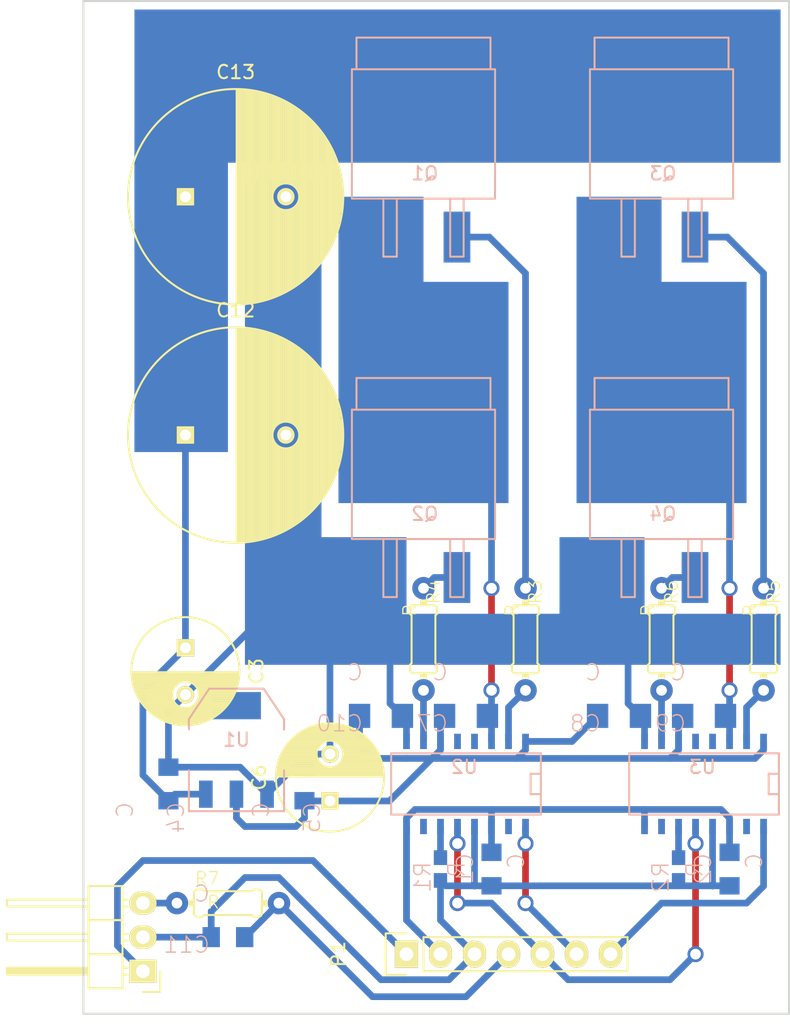
<source format=kicad_pcb>
(kicad_pcb (version 4) (host pcbnew 4.0.2-stable)

  (general
    (links 66)
    (no_connects 0)
    (area 64.689999 20.879999 123.900001 99.42)
    (thickness 1.6)
    (drawings 4)
    (tracks 164)
    (zones 0)
    (modules 29)
    (nets 24)
  )

  (page A4)
  (layers
    (0 F.Cu signal)
    (31 B.Cu signal)
    (32 B.Adhes user)
    (33 F.Adhes user)
    (34 B.Paste user)
    (35 F.Paste user)
    (36 B.SilkS user)
    (37 F.SilkS user hide)
    (38 B.Mask user)
    (39 F.Mask user)
    (40 Dwgs.User user)
    (41 Cmts.User user)
    (42 Eco1.User user)
    (43 Eco2.User user)
    (44 Edge.Cuts user)
    (45 Margin user)
    (46 B.CrtYd user)
    (47 F.CrtYd user)
    (48 B.Fab user)
    (49 F.Fab user)
  )

  (setup
    (last_trace_width 0.5)
    (user_trace_width 0.5)
    (user_trace_width 1)
    (trace_clearance 0.2)
    (zone_clearance 0.4)
    (zone_45_only no)
    (trace_min 0.2)
    (segment_width 0.2)
    (edge_width 0.15)
    (via_size 0.6)
    (via_drill 0.4)
    (via_min_size 0.4)
    (via_min_drill 0.3)
    (user_via 1.2 0.8)
    (uvia_size 0.3)
    (uvia_drill 0.1)
    (uvias_allowed no)
    (uvia_min_size 0.2)
    (uvia_min_drill 0.1)
    (pcb_text_width 0.3)
    (pcb_text_size 1.5 1.5)
    (mod_edge_width 0.15)
    (mod_text_size 1 1)
    (mod_text_width 0.15)
    (pad_size 1.524 1.524)
    (pad_drill 0.762)
    (pad_to_mask_clearance 0.2)
    (aux_axis_origin 0 0)
    (visible_elements 7FFFFFFF)
    (pcbplotparams
      (layerselection 0x01000_80000000)
      (usegerberextensions false)
      (excludeedgelayer true)
      (linewidth 0.100000)
      (plotframeref false)
      (viasonmask false)
      (mode 1)
      (useauxorigin false)
      (hpglpennumber 1)
      (hpglpenspeed 20)
      (hpglpendiameter 15)
      (hpglpenoverlay 2)
      (psnegative false)
      (psa4output false)
      (plotreference true)
      (plotvalue true)
      (plotinvisibletext false)
      (padsonsilk false)
      (subtractmaskfromsilk false)
      (outputformat 1)
      (mirror false)
      (drillshape 0)
      (scaleselection 1)
      (outputdirectory ""))
  )

  (net 0 "")
  (net 1 +5V)
  (net 2 GND)
  (net 3 GNDPWR)
  (net 4 +BATT)
  (net 5 /GD_PS)
  (net 6 "Net-(C7-Pad2)")
  (net 7 "Net-(C9-Pad2)")
  (net 8 /Current)
  (net 9 /~EN)
  (net 10 /PWM_A)
  (net 11 /PWM_B)
  (net 12 +3.3V)
  (net 13 "Net-(P2-Pad3)")
  (net 14 "Net-(Q1-PadG)")
  (net 15 "Net-(Q2-PadG)")
  (net 16 "Net-(Q3-PadG)")
  (net 17 "Net-(Q4-PadG)")
  (net 18 "Net-(R1-Pad1)")
  (net 19 "Net-(R2-Pad1)")
  (net 20 "Net-(R3-Pad2)")
  (net 21 "Net-(R4-Pad2)")
  (net 22 "Net-(R5-Pad2)")
  (net 23 "Net-(R6-Pad2)")

  (net_class Default "これは標準のネット クラスです。"
    (clearance 0.2)
    (trace_width 0.25)
    (via_dia 0.6)
    (via_drill 0.4)
    (uvia_dia 0.3)
    (uvia_drill 0.1)
    (add_net +3.3V)
    (add_net +5V)
    (add_net +BATT)
    (add_net /Current)
    (add_net /GD_PS)
    (add_net /PWM_A)
    (add_net /PWM_B)
    (add_net /~EN)
    (add_net GND)
    (add_net GNDPWR)
    (add_net "Net-(C7-Pad2)")
    (add_net "Net-(C9-Pad2)")
    (add_net "Net-(P2-Pad3)")
    (add_net "Net-(Q1-PadG)")
    (add_net "Net-(Q2-PadG)")
    (add_net "Net-(Q3-PadG)")
    (add_net "Net-(Q4-PadG)")
    (add_net "Net-(R1-Pad1)")
    (add_net "Net-(R2-Pad1)")
    (add_net "Net-(R3-Pad2)")
    (add_net "Net-(R4-Pad2)")
    (add_net "Net-(R5-Pad2)")
    (add_net "Net-(R6-Pad2)")
  )

  (module Capacitors_ThroughHole:C_Radial_D8_L11.5_P3.5 (layer F.Cu) (tedit 0) (tstamp 57771982)
    (at 78.74 69.215 270)
    (descr "Radial Electrolytic Capacitor Diameter 8mm x Length 11.5mm, Pitch 3.5mm")
    (tags "Electrolytic Capacitor")
    (path /57771BB3)
    (fp_text reference C3 (at 1.75 -5.3 270) (layer F.SilkS)
      (effects (font (size 1 1) (thickness 0.15)))
    )
    (fp_text value C (at 1.75 5.3 270) (layer F.Fab)
      (effects (font (size 1 1) (thickness 0.15)))
    )
    (fp_line (start 1.825 -3.999) (end 1.825 3.999) (layer F.SilkS) (width 0.15))
    (fp_line (start 1.965 -3.994) (end 1.965 3.994) (layer F.SilkS) (width 0.15))
    (fp_line (start 2.105 -3.984) (end 2.105 3.984) (layer F.SilkS) (width 0.15))
    (fp_line (start 2.245 -3.969) (end 2.245 3.969) (layer F.SilkS) (width 0.15))
    (fp_line (start 2.385 -3.949) (end 2.385 3.949) (layer F.SilkS) (width 0.15))
    (fp_line (start 2.525 -3.924) (end 2.525 -0.222) (layer F.SilkS) (width 0.15))
    (fp_line (start 2.525 0.222) (end 2.525 3.924) (layer F.SilkS) (width 0.15))
    (fp_line (start 2.665 -3.894) (end 2.665 -0.55) (layer F.SilkS) (width 0.15))
    (fp_line (start 2.665 0.55) (end 2.665 3.894) (layer F.SilkS) (width 0.15))
    (fp_line (start 2.805 -3.858) (end 2.805 -0.719) (layer F.SilkS) (width 0.15))
    (fp_line (start 2.805 0.719) (end 2.805 3.858) (layer F.SilkS) (width 0.15))
    (fp_line (start 2.945 -3.817) (end 2.945 -0.832) (layer F.SilkS) (width 0.15))
    (fp_line (start 2.945 0.832) (end 2.945 3.817) (layer F.SilkS) (width 0.15))
    (fp_line (start 3.085 -3.771) (end 3.085 -0.91) (layer F.SilkS) (width 0.15))
    (fp_line (start 3.085 0.91) (end 3.085 3.771) (layer F.SilkS) (width 0.15))
    (fp_line (start 3.225 -3.718) (end 3.225 -0.961) (layer F.SilkS) (width 0.15))
    (fp_line (start 3.225 0.961) (end 3.225 3.718) (layer F.SilkS) (width 0.15))
    (fp_line (start 3.365 -3.659) (end 3.365 -0.991) (layer F.SilkS) (width 0.15))
    (fp_line (start 3.365 0.991) (end 3.365 3.659) (layer F.SilkS) (width 0.15))
    (fp_line (start 3.505 -3.594) (end 3.505 -1) (layer F.SilkS) (width 0.15))
    (fp_line (start 3.505 1) (end 3.505 3.594) (layer F.SilkS) (width 0.15))
    (fp_line (start 3.645 -3.523) (end 3.645 -0.989) (layer F.SilkS) (width 0.15))
    (fp_line (start 3.645 0.989) (end 3.645 3.523) (layer F.SilkS) (width 0.15))
    (fp_line (start 3.785 -3.444) (end 3.785 -0.959) (layer F.SilkS) (width 0.15))
    (fp_line (start 3.785 0.959) (end 3.785 3.444) (layer F.SilkS) (width 0.15))
    (fp_line (start 3.925 -3.357) (end 3.925 -0.905) (layer F.SilkS) (width 0.15))
    (fp_line (start 3.925 0.905) (end 3.925 3.357) (layer F.SilkS) (width 0.15))
    (fp_line (start 4.065 -3.262) (end 4.065 -0.825) (layer F.SilkS) (width 0.15))
    (fp_line (start 4.065 0.825) (end 4.065 3.262) (layer F.SilkS) (width 0.15))
    (fp_line (start 4.205 -3.158) (end 4.205 -0.709) (layer F.SilkS) (width 0.15))
    (fp_line (start 4.205 0.709) (end 4.205 3.158) (layer F.SilkS) (width 0.15))
    (fp_line (start 4.345 -3.044) (end 4.345 -0.535) (layer F.SilkS) (width 0.15))
    (fp_line (start 4.345 0.535) (end 4.345 3.044) (layer F.SilkS) (width 0.15))
    (fp_line (start 4.485 -2.919) (end 4.485 -0.173) (layer F.SilkS) (width 0.15))
    (fp_line (start 4.485 0.173) (end 4.485 2.919) (layer F.SilkS) (width 0.15))
    (fp_line (start 4.625 -2.781) (end 4.625 2.781) (layer F.SilkS) (width 0.15))
    (fp_line (start 4.765 -2.629) (end 4.765 2.629) (layer F.SilkS) (width 0.15))
    (fp_line (start 4.905 -2.459) (end 4.905 2.459) (layer F.SilkS) (width 0.15))
    (fp_line (start 5.045 -2.268) (end 5.045 2.268) (layer F.SilkS) (width 0.15))
    (fp_line (start 5.185 -2.05) (end 5.185 2.05) (layer F.SilkS) (width 0.15))
    (fp_line (start 5.325 -1.794) (end 5.325 1.794) (layer F.SilkS) (width 0.15))
    (fp_line (start 5.465 -1.483) (end 5.465 1.483) (layer F.SilkS) (width 0.15))
    (fp_line (start 5.605 -1.067) (end 5.605 1.067) (layer F.SilkS) (width 0.15))
    (fp_line (start 5.745 -0.2) (end 5.745 0.2) (layer F.SilkS) (width 0.15))
    (fp_circle (center 3.5 0) (end 3.5 -1) (layer F.SilkS) (width 0.15))
    (fp_circle (center 1.75 0) (end 1.75 -4.0375) (layer F.SilkS) (width 0.15))
    (fp_circle (center 1.75 0) (end 1.75 -4.3) (layer F.CrtYd) (width 0.05))
    (pad 2 thru_hole circle (at 3.5 0 270) (size 1.3 1.3) (drill 0.8) (layers *.Cu *.Mask F.SilkS)
      (net 3 GNDPWR))
    (pad 1 thru_hole rect (at 0 0 270) (size 1.3 1.3) (drill 0.8) (layers *.Cu *.Mask F.SilkS)
      (net 4 +BATT))
    (model Capacitors_ThroughHole.3dshapes/C_Radial_D8_L11.5_P3.5.wrl
      (at (xyz 0 0 0))
      (scale (xyz 1 1 1))
      (rotate (xyz 0 0 0))
    )
  )

  (module Pin_Headers:Pin_Header_Angled_1x03 (layer F.Cu) (tedit 0) (tstamp 577719CF)
    (at 75.565 93.345 180)
    (descr "Through hole pin header")
    (tags "pin header")
    (path /577779D8)
    (fp_text reference P2 (at 0 -5.1 180) (layer F.SilkS)
      (effects (font (size 1 1) (thickness 0.15)))
    )
    (fp_text value CONN_01X03 (at 0 -3.1 180) (layer F.Fab)
      (effects (font (size 1 1) (thickness 0.15)))
    )
    (fp_line (start -1.5 -1.75) (end -1.5 6.85) (layer F.CrtYd) (width 0.05))
    (fp_line (start 10.65 -1.75) (end 10.65 6.85) (layer F.CrtYd) (width 0.05))
    (fp_line (start -1.5 -1.75) (end 10.65 -1.75) (layer F.CrtYd) (width 0.05))
    (fp_line (start -1.5 6.85) (end 10.65 6.85) (layer F.CrtYd) (width 0.05))
    (fp_line (start -1.3 -1.55) (end -1.3 0) (layer F.SilkS) (width 0.15))
    (fp_line (start 0 -1.55) (end -1.3 -1.55) (layer F.SilkS) (width 0.15))
    (fp_line (start 4.191 -0.127) (end 10.033 -0.127) (layer F.SilkS) (width 0.15))
    (fp_line (start 10.033 -0.127) (end 10.033 0.127) (layer F.SilkS) (width 0.15))
    (fp_line (start 10.033 0.127) (end 4.191 0.127) (layer F.SilkS) (width 0.15))
    (fp_line (start 4.191 0.127) (end 4.191 0) (layer F.SilkS) (width 0.15))
    (fp_line (start 4.191 0) (end 10.033 0) (layer F.SilkS) (width 0.15))
    (fp_line (start 1.524 -0.254) (end 1.143 -0.254) (layer F.SilkS) (width 0.15))
    (fp_line (start 1.524 0.254) (end 1.143 0.254) (layer F.SilkS) (width 0.15))
    (fp_line (start 1.524 2.286) (end 1.143 2.286) (layer F.SilkS) (width 0.15))
    (fp_line (start 1.524 2.794) (end 1.143 2.794) (layer F.SilkS) (width 0.15))
    (fp_line (start 1.524 4.826) (end 1.143 4.826) (layer F.SilkS) (width 0.15))
    (fp_line (start 1.524 5.334) (end 1.143 5.334) (layer F.SilkS) (width 0.15))
    (fp_line (start 4.064 1.27) (end 4.064 -1.27) (layer F.SilkS) (width 0.15))
    (fp_line (start 10.16 0.254) (end 4.064 0.254) (layer F.SilkS) (width 0.15))
    (fp_line (start 10.16 -0.254) (end 10.16 0.254) (layer F.SilkS) (width 0.15))
    (fp_line (start 4.064 -0.254) (end 10.16 -0.254) (layer F.SilkS) (width 0.15))
    (fp_line (start 1.524 1.27) (end 4.064 1.27) (layer F.SilkS) (width 0.15))
    (fp_line (start 1.524 -1.27) (end 1.524 1.27) (layer F.SilkS) (width 0.15))
    (fp_line (start 1.524 -1.27) (end 4.064 -1.27) (layer F.SilkS) (width 0.15))
    (fp_line (start 1.524 3.81) (end 4.064 3.81) (layer F.SilkS) (width 0.15))
    (fp_line (start 1.524 3.81) (end 1.524 6.35) (layer F.SilkS) (width 0.15))
    (fp_line (start 4.064 4.826) (end 10.16 4.826) (layer F.SilkS) (width 0.15))
    (fp_line (start 10.16 4.826) (end 10.16 5.334) (layer F.SilkS) (width 0.15))
    (fp_line (start 10.16 5.334) (end 4.064 5.334) (layer F.SilkS) (width 0.15))
    (fp_line (start 4.064 6.35) (end 4.064 3.81) (layer F.SilkS) (width 0.15))
    (fp_line (start 4.064 3.81) (end 4.064 1.27) (layer F.SilkS) (width 0.15))
    (fp_line (start 10.16 2.794) (end 4.064 2.794) (layer F.SilkS) (width 0.15))
    (fp_line (start 10.16 2.286) (end 10.16 2.794) (layer F.SilkS) (width 0.15))
    (fp_line (start 4.064 2.286) (end 10.16 2.286) (layer F.SilkS) (width 0.15))
    (fp_line (start 1.524 3.81) (end 4.064 3.81) (layer F.SilkS) (width 0.15))
    (fp_line (start 1.524 1.27) (end 1.524 3.81) (layer F.SilkS) (width 0.15))
    (fp_line (start 1.524 1.27) (end 4.064 1.27) (layer F.SilkS) (width 0.15))
    (fp_line (start 1.524 6.35) (end 4.064 6.35) (layer F.SilkS) (width 0.15))
    (pad 1 thru_hole rect (at 0 0 180) (size 2.032 1.7272) (drill 1.016) (layers *.Cu *.Mask F.SilkS)
      (net 12 +3.3V))
    (pad 2 thru_hole oval (at 0 2.54 180) (size 2.032 1.7272) (drill 1.016) (layers *.Cu *.Mask F.SilkS)
      (net 2 GND))
    (pad 3 thru_hole oval (at 0 5.08 180) (size 2.032 1.7272) (drill 1.016) (layers *.Cu *.Mask F.SilkS)
      (net 13 "Net-(P2-Pad3)"))
    (model Pin_Headers.3dshapes/Pin_Header_Angled_1x03.wrl
      (at (xyz 0 -0.1 0))
      (scale (xyz 1 1 1))
      (rotate (xyz 0 0 90))
    )
  )

  (module Pin_Headers:Pin_Header_Straight_1x07 (layer F.Cu) (tedit 0) (tstamp 57772168)
    (at 95.25 92.075 90)
    (descr "Through hole pin header")
    (tags "pin header")
    (path /5777E0F7)
    (fp_text reference P1 (at 0 -5.1 90) (layer F.SilkS)
      (effects (font (size 1 1) (thickness 0.15)))
    )
    (fp_text value CONN_01X07 (at 0 -3.1 90) (layer F.Fab)
      (effects (font (size 1 1) (thickness 0.15)))
    )
    (fp_line (start -1.75 -1.75) (end -1.75 17) (layer F.CrtYd) (width 0.05))
    (fp_line (start 1.75 -1.75) (end 1.75 17) (layer F.CrtYd) (width 0.05))
    (fp_line (start -1.75 -1.75) (end 1.75 -1.75) (layer F.CrtYd) (width 0.05))
    (fp_line (start -1.75 17) (end 1.75 17) (layer F.CrtYd) (width 0.05))
    (fp_line (start 1.27 1.27) (end 1.27 16.51) (layer F.SilkS) (width 0.15))
    (fp_line (start 1.27 16.51) (end -1.27 16.51) (layer F.SilkS) (width 0.15))
    (fp_line (start -1.27 16.51) (end -1.27 1.27) (layer F.SilkS) (width 0.15))
    (fp_line (start 1.55 -1.55) (end 1.55 0) (layer F.SilkS) (width 0.15))
    (fp_line (start 1.27 1.27) (end -1.27 1.27) (layer F.SilkS) (width 0.15))
    (fp_line (start -1.55 0) (end -1.55 -1.55) (layer F.SilkS) (width 0.15))
    (fp_line (start -1.55 -1.55) (end 1.55 -1.55) (layer F.SilkS) (width 0.15))
    (pad 1 thru_hole rect (at 0 0 90) (size 2.032 1.7272) (drill 1.016) (layers *.Cu *.Mask F.SilkS)
      (net 12 +3.3V))
    (pad 2 thru_hole oval (at 0 2.54 90) (size 2.032 1.7272) (drill 1.016) (layers *.Cu *.Mask F.SilkS)
      (net 1 +5V))
    (pad 3 thru_hole oval (at 0 5.08 90) (size 2.032 1.7272) (drill 1.016) (layers *.Cu *.Mask F.SilkS)
      (net 2 GND))
    (pad 4 thru_hole oval (at 0 7.62 90) (size 2.032 1.7272) (drill 1.016) (layers *.Cu *.Mask F.SilkS)
      (net 8 /Current))
    (pad 5 thru_hole oval (at 0 10.16 90) (size 2.032 1.7272) (drill 1.016) (layers *.Cu *.Mask F.SilkS)
      (net 9 /~EN))
    (pad 6 thru_hole oval (at 0 12.7 90) (size 2.032 1.7272) (drill 1.016) (layers *.Cu *.Mask F.SilkS)
      (net 10 /PWM_A))
    (pad 7 thru_hole oval (at 0 15.24 90) (size 2.032 1.7272) (drill 1.016) (layers *.Cu *.Mask F.SilkS)
      (net 11 /PWM_B))
    (model Pin_Headers.3dshapes/Pin_Header_Straight_1x07.wrl
      (at (xyz 0 -0.3 0))
      (scale (xyz 1 1 1))
      (rotate (xyz 0 0 90))
    )
  )

  (module Capacitors_ThroughHole:C_Radial_D8_L11.5_P3.5 (layer F.Cu) (tedit 0) (tstamp 57771E8B)
    (at 89.535 80.645 90)
    (descr "Radial Electrolytic Capacitor Diameter 8mm x Length 11.5mm, Pitch 3.5mm")
    (tags "Electrolytic Capacitor")
    (path /57771B7C)
    (fp_text reference C6 (at 1.75 -5.3 90) (layer F.SilkS)
      (effects (font (size 1 1) (thickness 0.15)))
    )
    (fp_text value C (at 1.75 5.3 90) (layer F.Fab)
      (effects (font (size 1 1) (thickness 0.15)))
    )
    (fp_line (start 1.825 -3.999) (end 1.825 3.999) (layer F.SilkS) (width 0.15))
    (fp_line (start 1.965 -3.994) (end 1.965 3.994) (layer F.SilkS) (width 0.15))
    (fp_line (start 2.105 -3.984) (end 2.105 3.984) (layer F.SilkS) (width 0.15))
    (fp_line (start 2.245 -3.969) (end 2.245 3.969) (layer F.SilkS) (width 0.15))
    (fp_line (start 2.385 -3.949) (end 2.385 3.949) (layer F.SilkS) (width 0.15))
    (fp_line (start 2.525 -3.924) (end 2.525 -0.222) (layer F.SilkS) (width 0.15))
    (fp_line (start 2.525 0.222) (end 2.525 3.924) (layer F.SilkS) (width 0.15))
    (fp_line (start 2.665 -3.894) (end 2.665 -0.55) (layer F.SilkS) (width 0.15))
    (fp_line (start 2.665 0.55) (end 2.665 3.894) (layer F.SilkS) (width 0.15))
    (fp_line (start 2.805 -3.858) (end 2.805 -0.719) (layer F.SilkS) (width 0.15))
    (fp_line (start 2.805 0.719) (end 2.805 3.858) (layer F.SilkS) (width 0.15))
    (fp_line (start 2.945 -3.817) (end 2.945 -0.832) (layer F.SilkS) (width 0.15))
    (fp_line (start 2.945 0.832) (end 2.945 3.817) (layer F.SilkS) (width 0.15))
    (fp_line (start 3.085 -3.771) (end 3.085 -0.91) (layer F.SilkS) (width 0.15))
    (fp_line (start 3.085 0.91) (end 3.085 3.771) (layer F.SilkS) (width 0.15))
    (fp_line (start 3.225 -3.718) (end 3.225 -0.961) (layer F.SilkS) (width 0.15))
    (fp_line (start 3.225 0.961) (end 3.225 3.718) (layer F.SilkS) (width 0.15))
    (fp_line (start 3.365 -3.659) (end 3.365 -0.991) (layer F.SilkS) (width 0.15))
    (fp_line (start 3.365 0.991) (end 3.365 3.659) (layer F.SilkS) (width 0.15))
    (fp_line (start 3.505 -3.594) (end 3.505 -1) (layer F.SilkS) (width 0.15))
    (fp_line (start 3.505 1) (end 3.505 3.594) (layer F.SilkS) (width 0.15))
    (fp_line (start 3.645 -3.523) (end 3.645 -0.989) (layer F.SilkS) (width 0.15))
    (fp_line (start 3.645 0.989) (end 3.645 3.523) (layer F.SilkS) (width 0.15))
    (fp_line (start 3.785 -3.444) (end 3.785 -0.959) (layer F.SilkS) (width 0.15))
    (fp_line (start 3.785 0.959) (end 3.785 3.444) (layer F.SilkS) (width 0.15))
    (fp_line (start 3.925 -3.357) (end 3.925 -0.905) (layer F.SilkS) (width 0.15))
    (fp_line (start 3.925 0.905) (end 3.925 3.357) (layer F.SilkS) (width 0.15))
    (fp_line (start 4.065 -3.262) (end 4.065 -0.825) (layer F.SilkS) (width 0.15))
    (fp_line (start 4.065 0.825) (end 4.065 3.262) (layer F.SilkS) (width 0.15))
    (fp_line (start 4.205 -3.158) (end 4.205 -0.709) (layer F.SilkS) (width 0.15))
    (fp_line (start 4.205 0.709) (end 4.205 3.158) (layer F.SilkS) (width 0.15))
    (fp_line (start 4.345 -3.044) (end 4.345 -0.535) (layer F.SilkS) (width 0.15))
    (fp_line (start 4.345 0.535) (end 4.345 3.044) (layer F.SilkS) (width 0.15))
    (fp_line (start 4.485 -2.919) (end 4.485 -0.173) (layer F.SilkS) (width 0.15))
    (fp_line (start 4.485 0.173) (end 4.485 2.919) (layer F.SilkS) (width 0.15))
    (fp_line (start 4.625 -2.781) (end 4.625 2.781) (layer F.SilkS) (width 0.15))
    (fp_line (start 4.765 -2.629) (end 4.765 2.629) (layer F.SilkS) (width 0.15))
    (fp_line (start 4.905 -2.459) (end 4.905 2.459) (layer F.SilkS) (width 0.15))
    (fp_line (start 5.045 -2.268) (end 5.045 2.268) (layer F.SilkS) (width 0.15))
    (fp_line (start 5.185 -2.05) (end 5.185 2.05) (layer F.SilkS) (width 0.15))
    (fp_line (start 5.325 -1.794) (end 5.325 1.794) (layer F.SilkS) (width 0.15))
    (fp_line (start 5.465 -1.483) (end 5.465 1.483) (layer F.SilkS) (width 0.15))
    (fp_line (start 5.605 -1.067) (end 5.605 1.067) (layer F.SilkS) (width 0.15))
    (fp_line (start 5.745 -0.2) (end 5.745 0.2) (layer F.SilkS) (width 0.15))
    (fp_circle (center 3.5 0) (end 3.5 -1) (layer F.SilkS) (width 0.15))
    (fp_circle (center 1.75 0) (end 1.75 -4.0375) (layer F.SilkS) (width 0.15))
    (fp_circle (center 1.75 0) (end 1.75 -4.3) (layer F.CrtYd) (width 0.05))
    (pad 2 thru_hole circle (at 3.5 0 90) (size 1.3 1.3) (drill 0.8) (layers *.Cu *.Mask F.SilkS)
      (net 3 GNDPWR))
    (pad 1 thru_hole rect (at 0 0 90) (size 1.3 1.3) (drill 0.8) (layers *.Cu *.Mask F.SilkS)
      (net 5 /GD_PS))
    (model Capacitors_ThroughHole.3dshapes/C_Radial_D8_L11.5_P3.5.wrl
      (at (xyz 0 0 0))
      (scale (xyz 1 1 1))
      (rotate (xyz 0 0 0))
    )
  )

  (module RP_KiCAD_Libs:C2012 (layer B.Cu) (tedit 0) (tstamp 57771976)
    (at 101.6 85.725 270)
    (descr <b>CAPACITOR</b>)
    (path /57775AA5)
    (fp_text reference C1 (at -1.27 1.27 270) (layer B.SilkS)
      (effects (font (size 1.2065 1.2065) (thickness 0.1016)) (justify left bottom mirror))
    )
    (fp_text value C (at -1.27 -2.54 270) (layer B.SilkS)
      (effects (font (size 1.2065 1.2065) (thickness 0.1016)) (justify left bottom mirror))
    )
    (fp_line (start -0.381 0.66) (end 0.381 0.66) (layer Dwgs.User) (width 0.1016))
    (fp_line (start -0.356 -0.66) (end 0.381 -0.66) (layer Dwgs.User) (width 0.1016))
    (fp_poly (pts (xy -1.0922 -0.7239) (xy -0.3421 -0.7239) (xy -0.3421 0.7262) (xy -1.0922 0.7262)) (layer Dwgs.User) (width 0))
    (fp_poly (pts (xy 0.3556 -0.7239) (xy 1.1057 -0.7239) (xy 1.1057 0.7262) (xy 0.3556 0.7262)) (layer Dwgs.User) (width 0))
    (fp_poly (pts (xy -0.1001 -0.4001) (xy 0.1001 -0.4001) (xy 0.1001 0.4001) (xy -0.1001 0.4001)) (layer B.Adhes) (width 0))
    (pad 1 smd rect (at -1.25 0 270) (size 1.3 1.5) (layers B.Cu B.Paste B.Mask)
      (net 1 +5V))
    (pad 2 smd rect (at 1.25 0 270) (size 1.3 1.5) (layers B.Cu B.Paste B.Mask)
      (net 2 GND))
    (model Resistors_SMD.3dshapes/R_0805.wrl
      (at (xyz 0 0 0))
      (scale (xyz 1 1 1))
      (rotate (xyz 0 0 0))
    )
  )

  (module RP_KiCAD_Libs:C2012 (layer B.Cu) (tedit 0) (tstamp 5777197C)
    (at 119.38 85.725 270)
    (descr <b>CAPACITOR</b>)
    (path /57775CDF)
    (fp_text reference C2 (at -1.27 1.27 270) (layer B.SilkS)
      (effects (font (size 1.2065 1.2065) (thickness 0.1016)) (justify left bottom mirror))
    )
    (fp_text value C (at -1.27 -2.54 270) (layer B.SilkS)
      (effects (font (size 1.2065 1.2065) (thickness 0.1016)) (justify left bottom mirror))
    )
    (fp_line (start -0.381 0.66) (end 0.381 0.66) (layer Dwgs.User) (width 0.1016))
    (fp_line (start -0.356 -0.66) (end 0.381 -0.66) (layer Dwgs.User) (width 0.1016))
    (fp_poly (pts (xy -1.0922 -0.7239) (xy -0.3421 -0.7239) (xy -0.3421 0.7262) (xy -1.0922 0.7262)) (layer Dwgs.User) (width 0))
    (fp_poly (pts (xy 0.3556 -0.7239) (xy 1.1057 -0.7239) (xy 1.1057 0.7262) (xy 0.3556 0.7262)) (layer Dwgs.User) (width 0))
    (fp_poly (pts (xy -0.1001 -0.4001) (xy 0.1001 -0.4001) (xy 0.1001 0.4001) (xy -0.1001 0.4001)) (layer B.Adhes) (width 0))
    (pad 1 smd rect (at -1.25 0 270) (size 1.3 1.5) (layers B.Cu B.Paste B.Mask)
      (net 1 +5V))
    (pad 2 smd rect (at 1.25 0 270) (size 1.3 1.5) (layers B.Cu B.Paste B.Mask)
      (net 2 GND))
    (model Resistors_SMD.3dshapes/R_0805.wrl
      (at (xyz 0 0 0))
      (scale (xyz 1 1 1))
      (rotate (xyz 0 0 0))
    )
  )

  (module RP_KiCAD_Libs:C2012 (layer B.Cu) (tedit 0) (tstamp 57771988)
    (at 77.47 79.375 90)
    (descr <b>CAPACITOR</b>)
    (path /57771AE2)
    (fp_text reference C4 (at -1.27 1.27 90) (layer B.SilkS)
      (effects (font (size 1.2065 1.2065) (thickness 0.1016)) (justify left bottom mirror))
    )
    (fp_text value C (at -1.27 -2.54 90) (layer B.SilkS)
      (effects (font (size 1.2065 1.2065) (thickness 0.1016)) (justify left bottom mirror))
    )
    (fp_line (start -0.381 0.66) (end 0.381 0.66) (layer Dwgs.User) (width 0.1016))
    (fp_line (start -0.356 -0.66) (end 0.381 -0.66) (layer Dwgs.User) (width 0.1016))
    (fp_poly (pts (xy -1.0922 -0.7239) (xy -0.3421 -0.7239) (xy -0.3421 0.7262) (xy -1.0922 0.7262)) (layer Dwgs.User) (width 0))
    (fp_poly (pts (xy 0.3556 -0.7239) (xy 1.1057 -0.7239) (xy 1.1057 0.7262) (xy 0.3556 0.7262)) (layer Dwgs.User) (width 0))
    (fp_poly (pts (xy -0.1001 -0.4001) (xy 0.1001 -0.4001) (xy 0.1001 0.4001) (xy -0.1001 0.4001)) (layer B.Adhes) (width 0))
    (pad 1 smd rect (at -1.25 0 90) (size 1.3 1.5) (layers B.Cu B.Paste B.Mask)
      (net 4 +BATT))
    (pad 2 smd rect (at 1.25 0 90) (size 1.3 1.5) (layers B.Cu B.Paste B.Mask)
      (net 3 GNDPWR))
    (model Resistors_SMD.3dshapes/R_0805.wrl
      (at (xyz 0 0 0))
      (scale (xyz 1 1 1))
      (rotate (xyz 0 0 0))
    )
  )

  (module RP_KiCAD_Libs:C2012 (layer B.Cu) (tedit 0) (tstamp 5777198E)
    (at 87.63 79.375 90)
    (descr <b>CAPACITOR</b>)
    (path /57771A9B)
    (fp_text reference C5 (at -1.27 1.27 90) (layer B.SilkS)
      (effects (font (size 1.2065 1.2065) (thickness 0.1016)) (justify left bottom mirror))
    )
    (fp_text value C (at -1.27 -2.54 90) (layer B.SilkS)
      (effects (font (size 1.2065 1.2065) (thickness 0.1016)) (justify left bottom mirror))
    )
    (fp_line (start -0.381 0.66) (end 0.381 0.66) (layer Dwgs.User) (width 0.1016))
    (fp_line (start -0.356 -0.66) (end 0.381 -0.66) (layer Dwgs.User) (width 0.1016))
    (fp_poly (pts (xy -1.0922 -0.7239) (xy -0.3421 -0.7239) (xy -0.3421 0.7262) (xy -1.0922 0.7262)) (layer Dwgs.User) (width 0))
    (fp_poly (pts (xy 0.3556 -0.7239) (xy 1.1057 -0.7239) (xy 1.1057 0.7262) (xy 0.3556 0.7262)) (layer Dwgs.User) (width 0))
    (fp_poly (pts (xy -0.1001 -0.4001) (xy 0.1001 -0.4001) (xy 0.1001 0.4001) (xy -0.1001 0.4001)) (layer B.Adhes) (width 0))
    (pad 1 smd rect (at -1.25 0 90) (size 1.3 1.5) (layers B.Cu B.Paste B.Mask)
      (net 5 /GD_PS))
    (pad 2 smd rect (at 1.25 0 90) (size 1.3 1.5) (layers B.Cu B.Paste B.Mask)
      (net 3 GNDPWR))
    (model Resistors_SMD.3dshapes/R_0805.wrl
      (at (xyz 0 0 0))
      (scale (xyz 1 1 1))
      (rotate (xyz 0 0 0))
    )
  )

  (module RP_KiCAD_Libs:C3216 (layer B.Cu) (tedit 0) (tstamp 5777199A)
    (at 99.695 74.295)
    (descr <b>CAPACITOR</b>)
    (path /57771256)
    (fp_text reference C7 (at -1.27 1.27) (layer B.SilkS)
      (effects (font (size 1.2065 1.2065) (thickness 0.1016)) (justify left bottom mirror))
    )
    (fp_text value C (at -1.27 -2.54) (layer B.SilkS)
      (effects (font (size 1.2065 1.2065) (thickness 0.1016)) (justify left bottom mirror))
    )
    (fp_line (start -0.965 0.787) (end 0.965 0.787) (layer Dwgs.User) (width 0.1016))
    (fp_line (start -0.965 -0.787) (end 0.965 -0.787) (layer Dwgs.User) (width 0.1016))
    (fp_poly (pts (xy -1.7018 -0.8509) (xy -0.9517 -0.8509) (xy -0.9517 0.8491) (xy -1.7018 0.8491)) (layer Dwgs.User) (width 0))
    (fp_poly (pts (xy 0.9517 -0.8491) (xy 1.7018 -0.8491) (xy 1.7018 0.8509) (xy 0.9517 0.8509)) (layer Dwgs.User) (width 0))
    (fp_poly (pts (xy -0.3 -0.5001) (xy 0.3 -0.5001) (xy 0.3 0.5001) (xy -0.3 0.5001)) (layer B.Adhes) (width 0))
    (pad 1 smd rect (at -1.6 0) (size 1.6 1.8) (layers B.Cu B.Paste B.Mask)
      (net 5 /GD_PS))
    (pad 2 smd rect (at 1.6 0) (size 1.6 1.8) (layers B.Cu B.Paste B.Mask)
      (net 6 "Net-(C7-Pad2)"))
    (model Resistors_SMD.3dshapes/R_1206.wrl
      (at (xyz 0 0 0))
      (scale (xyz 1 1 1))
      (rotate (xyz 0 0 0))
    )
  )

  (module RP_KiCAD_Libs:C3216 (layer B.Cu) (tedit 0) (tstamp 577719A0)
    (at 111.125 74.295)
    (descr <b>CAPACITOR</b>)
    (path /577712BD)
    (fp_text reference C8 (at -1.27 1.27) (layer B.SilkS)
      (effects (font (size 1.2065 1.2065) (thickness 0.1016)) (justify left bottom mirror))
    )
    (fp_text value C (at -1.27 -2.54) (layer B.SilkS)
      (effects (font (size 1.2065 1.2065) (thickness 0.1016)) (justify left bottom mirror))
    )
    (fp_line (start -0.965 0.787) (end 0.965 0.787) (layer Dwgs.User) (width 0.1016))
    (fp_line (start -0.965 -0.787) (end 0.965 -0.787) (layer Dwgs.User) (width 0.1016))
    (fp_poly (pts (xy -1.7018 -0.8509) (xy -0.9517 -0.8509) (xy -0.9517 0.8491) (xy -1.7018 0.8491)) (layer Dwgs.User) (width 0))
    (fp_poly (pts (xy 0.9517 -0.8491) (xy 1.7018 -0.8491) (xy 1.7018 0.8509) (xy 0.9517 0.8509)) (layer Dwgs.User) (width 0))
    (fp_poly (pts (xy -0.3 -0.5001) (xy 0.3 -0.5001) (xy 0.3 0.5001) (xy -0.3 0.5001)) (layer B.Adhes) (width 0))
    (pad 1 smd rect (at -1.6 0) (size 1.6 1.8) (layers B.Cu B.Paste B.Mask)
      (net 5 /GD_PS))
    (pad 2 smd rect (at 1.6 0) (size 1.6 1.8) (layers B.Cu B.Paste B.Mask)
      (net 3 GNDPWR))
    (model Resistors_SMD.3dshapes/R_1206.wrl
      (at (xyz 0 0 0))
      (scale (xyz 1 1 1))
      (rotate (xyz 0 0 0))
    )
  )

  (module RP_KiCAD_Libs:C3216 (layer B.Cu) (tedit 0) (tstamp 577719A6)
    (at 117.475 74.295)
    (descr <b>CAPACITOR</b>)
    (path /57773B87)
    (fp_text reference C9 (at -1.27 1.27) (layer B.SilkS)
      (effects (font (size 1.2065 1.2065) (thickness 0.1016)) (justify left bottom mirror))
    )
    (fp_text value C (at -1.27 -2.54) (layer B.SilkS)
      (effects (font (size 1.2065 1.2065) (thickness 0.1016)) (justify left bottom mirror))
    )
    (fp_line (start -0.965 0.787) (end 0.965 0.787) (layer Dwgs.User) (width 0.1016))
    (fp_line (start -0.965 -0.787) (end 0.965 -0.787) (layer Dwgs.User) (width 0.1016))
    (fp_poly (pts (xy -1.7018 -0.8509) (xy -0.9517 -0.8509) (xy -0.9517 0.8491) (xy -1.7018 0.8491)) (layer Dwgs.User) (width 0))
    (fp_poly (pts (xy 0.9517 -0.8491) (xy 1.7018 -0.8491) (xy 1.7018 0.8509) (xy 0.9517 0.8509)) (layer Dwgs.User) (width 0))
    (fp_poly (pts (xy -0.3 -0.5001) (xy 0.3 -0.5001) (xy 0.3 0.5001) (xy -0.3 0.5001)) (layer B.Adhes) (width 0))
    (pad 1 smd rect (at -1.6 0) (size 1.6 1.8) (layers B.Cu B.Paste B.Mask)
      (net 5 /GD_PS))
    (pad 2 smd rect (at 1.6 0) (size 1.6 1.8) (layers B.Cu B.Paste B.Mask)
      (net 7 "Net-(C9-Pad2)"))
    (model Resistors_SMD.3dshapes/R_1206.wrl
      (at (xyz 0 0 0))
      (scale (xyz 1 1 1))
      (rotate (xyz 0 0 0))
    )
  )

  (module RP_KiCAD_Libs:C3216 (layer B.Cu) (tedit 0) (tstamp 577719AC)
    (at 93.345 74.295)
    (descr <b>CAPACITOR</b>)
    (path /57773B9B)
    (fp_text reference C10 (at -1.27 1.27) (layer B.SilkS)
      (effects (font (size 1.2065 1.2065) (thickness 0.1016)) (justify left bottom mirror))
    )
    (fp_text value C (at -1.27 -2.54) (layer B.SilkS)
      (effects (font (size 1.2065 1.2065) (thickness 0.1016)) (justify left bottom mirror))
    )
    (fp_line (start -0.965 0.787) (end 0.965 0.787) (layer Dwgs.User) (width 0.1016))
    (fp_line (start -0.965 -0.787) (end 0.965 -0.787) (layer Dwgs.User) (width 0.1016))
    (fp_poly (pts (xy -1.7018 -0.8509) (xy -0.9517 -0.8509) (xy -0.9517 0.8491) (xy -1.7018 0.8491)) (layer Dwgs.User) (width 0))
    (fp_poly (pts (xy 0.9517 -0.8491) (xy 1.7018 -0.8491) (xy 1.7018 0.8509) (xy 0.9517 0.8509)) (layer Dwgs.User) (width 0))
    (fp_poly (pts (xy -0.3 -0.5001) (xy 0.3 -0.5001) (xy 0.3 0.5001) (xy -0.3 0.5001)) (layer B.Adhes) (width 0))
    (pad 1 smd rect (at -1.6 0) (size 1.6 1.8) (layers B.Cu B.Paste B.Mask)
      (net 5 /GD_PS))
    (pad 2 smd rect (at 1.6 0) (size 1.6 1.8) (layers B.Cu B.Paste B.Mask)
      (net 3 GNDPWR))
    (model Resistors_SMD.3dshapes/R_1206.wrl
      (at (xyz 0 0 0))
      (scale (xyz 1 1 1))
      (rotate (xyz 0 0 0))
    )
  )

  (module RP_KiCAD_Libs:C2012 (layer B.Cu) (tedit 0) (tstamp 577719B2)
    (at 81.915 90.805)
    (descr <b>CAPACITOR</b>)
    (path /57778E9F)
    (fp_text reference C11 (at -1.27 1.27) (layer B.SilkS)
      (effects (font (size 1.2065 1.2065) (thickness 0.1016)) (justify left bottom mirror))
    )
    (fp_text value C (at -1.27 -2.54) (layer B.SilkS)
      (effects (font (size 1.2065 1.2065) (thickness 0.1016)) (justify left bottom mirror))
    )
    (fp_line (start -0.381 0.66) (end 0.381 0.66) (layer Dwgs.User) (width 0.1016))
    (fp_line (start -0.356 -0.66) (end 0.381 -0.66) (layer Dwgs.User) (width 0.1016))
    (fp_poly (pts (xy -1.0922 -0.7239) (xy -0.3421 -0.7239) (xy -0.3421 0.7262) (xy -1.0922 0.7262)) (layer Dwgs.User) (width 0))
    (fp_poly (pts (xy 0.3556 -0.7239) (xy 1.1057 -0.7239) (xy 1.1057 0.7262) (xy 0.3556 0.7262)) (layer Dwgs.User) (width 0))
    (fp_poly (pts (xy -0.1001 -0.4001) (xy 0.1001 -0.4001) (xy 0.1001 0.4001) (xy -0.1001 0.4001)) (layer B.Adhes) (width 0))
    (pad 1 smd rect (at -1.25 0) (size 1.3 1.5) (layers B.Cu B.Paste B.Mask)
      (net 2 GND))
    (pad 2 smd rect (at 1.25 0) (size 1.3 1.5) (layers B.Cu B.Paste B.Mask)
      (net 8 /Current))
    (model Resistors_SMD.3dshapes/R_0805.wrl
      (at (xyz 0 0 0))
      (scale (xyz 1 1 1))
      (rotate (xyz 0 0 0))
    )
  )

  (module Capacitors_ThroughHole:C_Radial_D16_L30_P7.5 (layer F.Cu) (tedit 0) (tstamp 577719B8)
    (at 78.74 53.34)
    (descr "Radial Electrolytic Capacitor Diameter 16mm x Length 25mm, Pitch 7.5mm")
    (tags "Electrolytic Capacitor")
    (path /57776ABB)
    (fp_text reference C12 (at 3.75 -9.3) (layer F.SilkS)
      (effects (font (size 1 1) (thickness 0.15)))
    )
    (fp_text value C (at 3.75 9.3) (layer F.Fab)
      (effects (font (size 1 1) (thickness 0.15)))
    )
    (fp_line (start 3.825 -8) (end 3.825 8) (layer F.SilkS) (width 0.15))
    (fp_line (start 3.965 -7.997) (end 3.965 7.997) (layer F.SilkS) (width 0.15))
    (fp_line (start 4.105 -7.992) (end 4.105 7.992) (layer F.SilkS) (width 0.15))
    (fp_line (start 4.245 -7.985) (end 4.245 7.985) (layer F.SilkS) (width 0.15))
    (fp_line (start 4.385 -7.975) (end 4.385 7.975) (layer F.SilkS) (width 0.15))
    (fp_line (start 4.525 -7.962) (end 4.525 7.962) (layer F.SilkS) (width 0.15))
    (fp_line (start 4.665 -7.948) (end 4.665 7.948) (layer F.SilkS) (width 0.15))
    (fp_line (start 4.805 -7.93) (end 4.805 7.93) (layer F.SilkS) (width 0.15))
    (fp_line (start 4.945 -7.91) (end 4.945 7.91) (layer F.SilkS) (width 0.15))
    (fp_line (start 5.085 -7.888) (end 5.085 7.888) (layer F.SilkS) (width 0.15))
    (fp_line (start 5.225 -7.863) (end 5.225 7.863) (layer F.SilkS) (width 0.15))
    (fp_line (start 5.365 -7.835) (end 5.365 7.835) (layer F.SilkS) (width 0.15))
    (fp_line (start 5.505 -7.805) (end 5.505 7.805) (layer F.SilkS) (width 0.15))
    (fp_line (start 5.645 -7.772) (end 5.645 7.772) (layer F.SilkS) (width 0.15))
    (fp_line (start 5.785 -7.737) (end 5.785 7.737) (layer F.SilkS) (width 0.15))
    (fp_line (start 5.925 -7.699) (end 5.925 7.699) (layer F.SilkS) (width 0.15))
    (fp_line (start 6.065 -7.658) (end 6.065 7.658) (layer F.SilkS) (width 0.15))
    (fp_line (start 6.205 -7.614) (end 6.205 7.614) (layer F.SilkS) (width 0.15))
    (fp_line (start 6.345 -7.567) (end 6.345 7.567) (layer F.SilkS) (width 0.15))
    (fp_line (start 6.485 -7.518) (end 6.485 7.518) (layer F.SilkS) (width 0.15))
    (fp_line (start 6.625 -7.466) (end 6.625 -0.484) (layer F.SilkS) (width 0.15))
    (fp_line (start 6.625 0.484) (end 6.625 7.466) (layer F.SilkS) (width 0.15))
    (fp_line (start 6.765 -7.41) (end 6.765 -0.678) (layer F.SilkS) (width 0.15))
    (fp_line (start 6.765 0.678) (end 6.765 7.41) (layer F.SilkS) (width 0.15))
    (fp_line (start 6.905 -7.352) (end 6.905 -0.804) (layer F.SilkS) (width 0.15))
    (fp_line (start 6.905 0.804) (end 6.905 7.352) (layer F.SilkS) (width 0.15))
    (fp_line (start 7.045 -7.29) (end 7.045 -0.89) (layer F.SilkS) (width 0.15))
    (fp_line (start 7.045 0.89) (end 7.045 7.29) (layer F.SilkS) (width 0.15))
    (fp_line (start 7.185 -7.225) (end 7.185 -0.949) (layer F.SilkS) (width 0.15))
    (fp_line (start 7.185 0.949) (end 7.185 7.225) (layer F.SilkS) (width 0.15))
    (fp_line (start 7.325 -7.157) (end 7.325 -0.985) (layer F.SilkS) (width 0.15))
    (fp_line (start 7.325 0.985) (end 7.325 7.157) (layer F.SilkS) (width 0.15))
    (fp_line (start 7.465 -7.085) (end 7.465 -0.999) (layer F.SilkS) (width 0.15))
    (fp_line (start 7.465 0.999) (end 7.465 7.085) (layer F.SilkS) (width 0.15))
    (fp_line (start 7.605 -7.01) (end 7.605 -0.994) (layer F.SilkS) (width 0.15))
    (fp_line (start 7.605 0.994) (end 7.605 7.01) (layer F.SilkS) (width 0.15))
    (fp_line (start 7.745 -6.931) (end 7.745 -0.97) (layer F.SilkS) (width 0.15))
    (fp_line (start 7.745 0.97) (end 7.745 6.931) (layer F.SilkS) (width 0.15))
    (fp_line (start 7.885 -6.848) (end 7.885 -0.923) (layer F.SilkS) (width 0.15))
    (fp_line (start 7.885 0.923) (end 7.885 6.848) (layer F.SilkS) (width 0.15))
    (fp_line (start 8.025 -6.762) (end 8.025 -0.851) (layer F.SilkS) (width 0.15))
    (fp_line (start 8.025 0.851) (end 8.025 6.762) (layer F.SilkS) (width 0.15))
    (fp_line (start 8.165 -6.671) (end 8.165 -0.747) (layer F.SilkS) (width 0.15))
    (fp_line (start 8.165 0.747) (end 8.165 6.671) (layer F.SilkS) (width 0.15))
    (fp_line (start 8.305 -6.577) (end 8.305 -0.593) (layer F.SilkS) (width 0.15))
    (fp_line (start 8.305 0.593) (end 8.305 6.577) (layer F.SilkS) (width 0.15))
    (fp_line (start 8.445 -6.477) (end 8.445 -0.327) (layer F.SilkS) (width 0.15))
    (fp_line (start 8.445 0.327) (end 8.445 6.477) (layer F.SilkS) (width 0.15))
    (fp_line (start 8.585 -6.374) (end 8.585 6.374) (layer F.SilkS) (width 0.15))
    (fp_line (start 8.725 -6.265) (end 8.725 6.265) (layer F.SilkS) (width 0.15))
    (fp_line (start 8.865 -6.151) (end 8.865 6.151) (layer F.SilkS) (width 0.15))
    (fp_line (start 9.005 -6.032) (end 9.005 6.032) (layer F.SilkS) (width 0.15))
    (fp_line (start 9.145 -5.907) (end 9.145 5.907) (layer F.SilkS) (width 0.15))
    (fp_line (start 9.285 -5.776) (end 9.285 5.776) (layer F.SilkS) (width 0.15))
    (fp_line (start 9.425 -5.639) (end 9.425 5.639) (layer F.SilkS) (width 0.15))
    (fp_line (start 9.565 -5.494) (end 9.565 5.494) (layer F.SilkS) (width 0.15))
    (fp_line (start 9.705 -5.342) (end 9.705 5.342) (layer F.SilkS) (width 0.15))
    (fp_line (start 9.845 -5.182) (end 9.845 5.182) (layer F.SilkS) (width 0.15))
    (fp_line (start 9.985 -5.012) (end 9.985 5.012) (layer F.SilkS) (width 0.15))
    (fp_line (start 10.125 -4.833) (end 10.125 4.833) (layer F.SilkS) (width 0.15))
    (fp_line (start 10.265 -4.643) (end 10.265 4.643) (layer F.SilkS) (width 0.15))
    (fp_line (start 10.405 -4.44) (end 10.405 4.44) (layer F.SilkS) (width 0.15))
    (fp_line (start 10.545 -4.222) (end 10.545 4.222) (layer F.SilkS) (width 0.15))
    (fp_line (start 10.685 -3.988) (end 10.685 3.988) (layer F.SilkS) (width 0.15))
    (fp_line (start 10.825 -3.734) (end 10.825 3.734) (layer F.SilkS) (width 0.15))
    (fp_line (start 10.965 -3.456) (end 10.965 3.456) (layer F.SilkS) (width 0.15))
    (fp_line (start 11.105 -3.147) (end 11.105 3.147) (layer F.SilkS) (width 0.15))
    (fp_line (start 11.245 -2.797) (end 11.245 2.797) (layer F.SilkS) (width 0.15))
    (fp_line (start 11.385 -2.389) (end 11.385 2.389) (layer F.SilkS) (width 0.15))
    (fp_line (start 11.525 -1.884) (end 11.525 1.884) (layer F.SilkS) (width 0.15))
    (fp_line (start 11.665 -1.163) (end 11.665 1.163) (layer F.SilkS) (width 0.15))
    (fp_circle (center 7.5 0) (end 7.5 -1) (layer F.SilkS) (width 0.15))
    (fp_circle (center 3.75 0) (end 3.75 -8.0375) (layer F.SilkS) (width 0.15))
    (fp_circle (center 3.75 0) (end 3.75 -8.3) (layer F.CrtYd) (width 0.05))
    (pad 1 thru_hole rect (at 0 0) (size 1.3 1.3) (drill 0.8) (layers *.Cu *.Mask F.SilkS)
      (net 4 +BATT))
    (pad 2 thru_hole circle (at 7.5 0) (size 1.3 1.3) (drill 0.8) (layers *.Cu *.Mask F.SilkS)
      (net 3 GNDPWR))
    (model Capacitors_ThroughHole.3dshapes/C_Radial_D16_L30_P7.5.wrl
      (at (xyz 0.147638 0 0))
      (scale (xyz 1 1 1))
      (rotate (xyz 0 0 90))
    )
  )

  (module Capacitors_ThroughHole:C_Radial_D16_L30_P7.5 (layer F.Cu) (tedit 0) (tstamp 577719BE)
    (at 78.74 35.56)
    (descr "Radial Electrolytic Capacitor Diameter 16mm x Length 25mm, Pitch 7.5mm")
    (tags "Electrolytic Capacitor")
    (path /57776B24)
    (fp_text reference C13 (at 3.75 -9.3) (layer F.SilkS)
      (effects (font (size 1 1) (thickness 0.15)))
    )
    (fp_text value C (at 3.75 9.3) (layer F.Fab)
      (effects (font (size 1 1) (thickness 0.15)))
    )
    (fp_line (start 3.825 -8) (end 3.825 8) (layer F.SilkS) (width 0.15))
    (fp_line (start 3.965 -7.997) (end 3.965 7.997) (layer F.SilkS) (width 0.15))
    (fp_line (start 4.105 -7.992) (end 4.105 7.992) (layer F.SilkS) (width 0.15))
    (fp_line (start 4.245 -7.985) (end 4.245 7.985) (layer F.SilkS) (width 0.15))
    (fp_line (start 4.385 -7.975) (end 4.385 7.975) (layer F.SilkS) (width 0.15))
    (fp_line (start 4.525 -7.962) (end 4.525 7.962) (layer F.SilkS) (width 0.15))
    (fp_line (start 4.665 -7.948) (end 4.665 7.948) (layer F.SilkS) (width 0.15))
    (fp_line (start 4.805 -7.93) (end 4.805 7.93) (layer F.SilkS) (width 0.15))
    (fp_line (start 4.945 -7.91) (end 4.945 7.91) (layer F.SilkS) (width 0.15))
    (fp_line (start 5.085 -7.888) (end 5.085 7.888) (layer F.SilkS) (width 0.15))
    (fp_line (start 5.225 -7.863) (end 5.225 7.863) (layer F.SilkS) (width 0.15))
    (fp_line (start 5.365 -7.835) (end 5.365 7.835) (layer F.SilkS) (width 0.15))
    (fp_line (start 5.505 -7.805) (end 5.505 7.805) (layer F.SilkS) (width 0.15))
    (fp_line (start 5.645 -7.772) (end 5.645 7.772) (layer F.SilkS) (width 0.15))
    (fp_line (start 5.785 -7.737) (end 5.785 7.737) (layer F.SilkS) (width 0.15))
    (fp_line (start 5.925 -7.699) (end 5.925 7.699) (layer F.SilkS) (width 0.15))
    (fp_line (start 6.065 -7.658) (end 6.065 7.658) (layer F.SilkS) (width 0.15))
    (fp_line (start 6.205 -7.614) (end 6.205 7.614) (layer F.SilkS) (width 0.15))
    (fp_line (start 6.345 -7.567) (end 6.345 7.567) (layer F.SilkS) (width 0.15))
    (fp_line (start 6.485 -7.518) (end 6.485 7.518) (layer F.SilkS) (width 0.15))
    (fp_line (start 6.625 -7.466) (end 6.625 -0.484) (layer F.SilkS) (width 0.15))
    (fp_line (start 6.625 0.484) (end 6.625 7.466) (layer F.SilkS) (width 0.15))
    (fp_line (start 6.765 -7.41) (end 6.765 -0.678) (layer F.SilkS) (width 0.15))
    (fp_line (start 6.765 0.678) (end 6.765 7.41) (layer F.SilkS) (width 0.15))
    (fp_line (start 6.905 -7.352) (end 6.905 -0.804) (layer F.SilkS) (width 0.15))
    (fp_line (start 6.905 0.804) (end 6.905 7.352) (layer F.SilkS) (width 0.15))
    (fp_line (start 7.045 -7.29) (end 7.045 -0.89) (layer F.SilkS) (width 0.15))
    (fp_line (start 7.045 0.89) (end 7.045 7.29) (layer F.SilkS) (width 0.15))
    (fp_line (start 7.185 -7.225) (end 7.185 -0.949) (layer F.SilkS) (width 0.15))
    (fp_line (start 7.185 0.949) (end 7.185 7.225) (layer F.SilkS) (width 0.15))
    (fp_line (start 7.325 -7.157) (end 7.325 -0.985) (layer F.SilkS) (width 0.15))
    (fp_line (start 7.325 0.985) (end 7.325 7.157) (layer F.SilkS) (width 0.15))
    (fp_line (start 7.465 -7.085) (end 7.465 -0.999) (layer F.SilkS) (width 0.15))
    (fp_line (start 7.465 0.999) (end 7.465 7.085) (layer F.SilkS) (width 0.15))
    (fp_line (start 7.605 -7.01) (end 7.605 -0.994) (layer F.SilkS) (width 0.15))
    (fp_line (start 7.605 0.994) (end 7.605 7.01) (layer F.SilkS) (width 0.15))
    (fp_line (start 7.745 -6.931) (end 7.745 -0.97) (layer F.SilkS) (width 0.15))
    (fp_line (start 7.745 0.97) (end 7.745 6.931) (layer F.SilkS) (width 0.15))
    (fp_line (start 7.885 -6.848) (end 7.885 -0.923) (layer F.SilkS) (width 0.15))
    (fp_line (start 7.885 0.923) (end 7.885 6.848) (layer F.SilkS) (width 0.15))
    (fp_line (start 8.025 -6.762) (end 8.025 -0.851) (layer F.SilkS) (width 0.15))
    (fp_line (start 8.025 0.851) (end 8.025 6.762) (layer F.SilkS) (width 0.15))
    (fp_line (start 8.165 -6.671) (end 8.165 -0.747) (layer F.SilkS) (width 0.15))
    (fp_line (start 8.165 0.747) (end 8.165 6.671) (layer F.SilkS) (width 0.15))
    (fp_line (start 8.305 -6.577) (end 8.305 -0.593) (layer F.SilkS) (width 0.15))
    (fp_line (start 8.305 0.593) (end 8.305 6.577) (layer F.SilkS) (width 0.15))
    (fp_line (start 8.445 -6.477) (end 8.445 -0.327) (layer F.SilkS) (width 0.15))
    (fp_line (start 8.445 0.327) (end 8.445 6.477) (layer F.SilkS) (width 0.15))
    (fp_line (start 8.585 -6.374) (end 8.585 6.374) (layer F.SilkS) (width 0.15))
    (fp_line (start 8.725 -6.265) (end 8.725 6.265) (layer F.SilkS) (width 0.15))
    (fp_line (start 8.865 -6.151) (end 8.865 6.151) (layer F.SilkS) (width 0.15))
    (fp_line (start 9.005 -6.032) (end 9.005 6.032) (layer F.SilkS) (width 0.15))
    (fp_line (start 9.145 -5.907) (end 9.145 5.907) (layer F.SilkS) (width 0.15))
    (fp_line (start 9.285 -5.776) (end 9.285 5.776) (layer F.SilkS) (width 0.15))
    (fp_line (start 9.425 -5.639) (end 9.425 5.639) (layer F.SilkS) (width 0.15))
    (fp_line (start 9.565 -5.494) (end 9.565 5.494) (layer F.SilkS) (width 0.15))
    (fp_line (start 9.705 -5.342) (end 9.705 5.342) (layer F.SilkS) (width 0.15))
    (fp_line (start 9.845 -5.182) (end 9.845 5.182) (layer F.SilkS) (width 0.15))
    (fp_line (start 9.985 -5.012) (end 9.985 5.012) (layer F.SilkS) (width 0.15))
    (fp_line (start 10.125 -4.833) (end 10.125 4.833) (layer F.SilkS) (width 0.15))
    (fp_line (start 10.265 -4.643) (end 10.265 4.643) (layer F.SilkS) (width 0.15))
    (fp_line (start 10.405 -4.44) (end 10.405 4.44) (layer F.SilkS) (width 0.15))
    (fp_line (start 10.545 -4.222) (end 10.545 4.222) (layer F.SilkS) (width 0.15))
    (fp_line (start 10.685 -3.988) (end 10.685 3.988) (layer F.SilkS) (width 0.15))
    (fp_line (start 10.825 -3.734) (end 10.825 3.734) (layer F.SilkS) (width 0.15))
    (fp_line (start 10.965 -3.456) (end 10.965 3.456) (layer F.SilkS) (width 0.15))
    (fp_line (start 11.105 -3.147) (end 11.105 3.147) (layer F.SilkS) (width 0.15))
    (fp_line (start 11.245 -2.797) (end 11.245 2.797) (layer F.SilkS) (width 0.15))
    (fp_line (start 11.385 -2.389) (end 11.385 2.389) (layer F.SilkS) (width 0.15))
    (fp_line (start 11.525 -1.884) (end 11.525 1.884) (layer F.SilkS) (width 0.15))
    (fp_line (start 11.665 -1.163) (end 11.665 1.163) (layer F.SilkS) (width 0.15))
    (fp_circle (center 7.5 0) (end 7.5 -1) (layer F.SilkS) (width 0.15))
    (fp_circle (center 3.75 0) (end 3.75 -8.0375) (layer F.SilkS) (width 0.15))
    (fp_circle (center 3.75 0) (end 3.75 -8.3) (layer F.CrtYd) (width 0.05))
    (pad 1 thru_hole rect (at 0 0) (size 1.3 1.3) (drill 0.8) (layers *.Cu *.Mask F.SilkS)
      (net 4 +BATT))
    (pad 2 thru_hole circle (at 7.5 0) (size 1.3 1.3) (drill 0.8) (layers *.Cu *.Mask F.SilkS)
      (net 3 GNDPWR))
    (model Capacitors_ThroughHole.3dshapes/C_Radial_D16_L30_P7.5.wrl
      (at (xyz 0.147638 0 0))
      (scale (xyz 1 1 1))
      (rotate (xyz 0 0 90))
    )
  )

  (module TO_SOT_Packages_SMD:D2-PAK (layer B.Cu) (tedit 57657D5D) (tstamp 577719EA)
    (at 96.52 33.02 180)
    (descr SOT404)
    (path /5777117E)
    (attr smd)
    (fp_text reference Q1 (at -0.09906 -0.8001 180) (layer B.SilkS)
      (effects (font (size 1 1) (thickness 0.15)) (justify mirror))
    )
    (fp_text value MOSFET_N (at -0.20066 -1.09982 180) (layer B.Fab)
      (effects (font (size 1 1) (thickness 0.15)) (justify mirror))
    )
    (fp_line (start -5.0038 6.9723) (end -5.0038 9.3345) (layer B.SilkS) (width 0.15))
    (fp_line (start -5.0038 9.3345) (end 5.0038 9.3345) (layer B.SilkS) (width 0.15))
    (fp_line (start 5.0038 9.3345) (end 5.0038 6.9723) (layer B.SilkS) (width 0.15))
    (fp_line (start 2.9972 -7.0104) (end 2.9972 -2.6797) (layer B.SilkS) (width 0.15))
    (fp_line (start 1.9939 -7.0104) (end 2.9972 -7.0104) (layer B.SilkS) (width 0.15))
    (fp_line (start 1.9939 -2.6797) (end 1.9939 -7.0104) (layer B.SilkS) (width 0.15))
    (fp_line (start -2.9972 -2.6797) (end -2.9972 -7.0104) (layer B.SilkS) (width 0.15))
    (fp_line (start -2.9972 -7.0104) (end -1.9939 -7.0104) (layer B.SilkS) (width 0.15))
    (fp_line (start -1.9939 -7.0104) (end -1.9939 -2.6797) (layer B.SilkS) (width 0.15))
    (fp_line (start -5.3467 6.9723) (end 5.3467 6.9723) (layer B.SilkS) (width 0.15))
    (fp_line (start 5.3467 6.9723) (end 5.3467 -2.6797) (layer B.SilkS) (width 0.15))
    (fp_line (start 5.3467 -2.6797) (end -5.3467 -2.6797) (layer B.SilkS) (width 0.15))
    (fp_line (start -5.3467 -2.6797) (end -5.3467 6.9723) (layer B.SilkS) (width 0.15))
    (pad G smd rect (at -2.49936 -5.5499 180) (size 1.99898 3.79984) (layers B.Cu B.Paste B.Mask)
      (net 14 "Net-(Q1-PadG)"))
    (pad S smd rect (at 2.49936 -5.5499 180) (size 1.99898 3.79984) (layers B.Cu B.Paste B.Mask)
      (net 6 "Net-(C7-Pad2)"))
    (pad D smd rect (at 0 5.5499 180) (size 11.50112 8.99922) (layers B.Cu B.Paste B.Mask)
      (net 4 +BATT))
    (model TO_SOT_Packages_SMD.3dshapes/SOT-404.wrl
      (at (xyz 0 0 0))
      (scale (xyz 1 1 1))
      (rotate (xyz 0 0 0))
    )
  )

  (module TO_SOT_Packages_SMD:D2-PAK (layer B.Cu) (tedit 57657D5D) (tstamp 577719F1)
    (at 96.52 58.42 180)
    (descr SOT404)
    (path /577711F5)
    (attr smd)
    (fp_text reference Q2 (at -0.09906 -0.8001 180) (layer B.SilkS)
      (effects (font (size 1 1) (thickness 0.15)) (justify mirror))
    )
    (fp_text value MOSFET_N (at -0.20066 -1.09982 180) (layer B.Fab)
      (effects (font (size 1 1) (thickness 0.15)) (justify mirror))
    )
    (fp_line (start -5.0038 6.9723) (end -5.0038 9.3345) (layer B.SilkS) (width 0.15))
    (fp_line (start -5.0038 9.3345) (end 5.0038 9.3345) (layer B.SilkS) (width 0.15))
    (fp_line (start 5.0038 9.3345) (end 5.0038 6.9723) (layer B.SilkS) (width 0.15))
    (fp_line (start 2.9972 -7.0104) (end 2.9972 -2.6797) (layer B.SilkS) (width 0.15))
    (fp_line (start 1.9939 -7.0104) (end 2.9972 -7.0104) (layer B.SilkS) (width 0.15))
    (fp_line (start 1.9939 -2.6797) (end 1.9939 -7.0104) (layer B.SilkS) (width 0.15))
    (fp_line (start -2.9972 -2.6797) (end -2.9972 -7.0104) (layer B.SilkS) (width 0.15))
    (fp_line (start -2.9972 -7.0104) (end -1.9939 -7.0104) (layer B.SilkS) (width 0.15))
    (fp_line (start -1.9939 -7.0104) (end -1.9939 -2.6797) (layer B.SilkS) (width 0.15))
    (fp_line (start -5.3467 6.9723) (end 5.3467 6.9723) (layer B.SilkS) (width 0.15))
    (fp_line (start 5.3467 6.9723) (end 5.3467 -2.6797) (layer B.SilkS) (width 0.15))
    (fp_line (start 5.3467 -2.6797) (end -5.3467 -2.6797) (layer B.SilkS) (width 0.15))
    (fp_line (start -5.3467 -2.6797) (end -5.3467 6.9723) (layer B.SilkS) (width 0.15))
    (pad G smd rect (at -2.49936 -5.5499 180) (size 1.99898 3.79984) (layers B.Cu B.Paste B.Mask)
      (net 15 "Net-(Q2-PadG)"))
    (pad S smd rect (at 2.49936 -5.5499 180) (size 1.99898 3.79984) (layers B.Cu B.Paste B.Mask)
      (net 3 GNDPWR))
    (pad D smd rect (at 0 5.5499 180) (size 11.50112 8.99922) (layers B.Cu B.Paste B.Mask)
      (net 6 "Net-(C7-Pad2)"))
    (model TO_SOT_Packages_SMD.3dshapes/SOT-404.wrl
      (at (xyz 0 0 0))
      (scale (xyz 1 1 1))
      (rotate (xyz 0 0 0))
    )
  )

  (module TO_SOT_Packages_SMD:D2-PAK (layer B.Cu) (tedit 57657D5D) (tstamp 577719F8)
    (at 114.3 33.02 180)
    (descr SOT404)
    (path /57773B7B)
    (attr smd)
    (fp_text reference Q3 (at -0.09906 -0.8001 180) (layer B.SilkS)
      (effects (font (size 1 1) (thickness 0.15)) (justify mirror))
    )
    (fp_text value MOSFET_N (at -0.20066 -1.09982 180) (layer B.Fab)
      (effects (font (size 1 1) (thickness 0.15)) (justify mirror))
    )
    (fp_line (start -5.0038 6.9723) (end -5.0038 9.3345) (layer B.SilkS) (width 0.15))
    (fp_line (start -5.0038 9.3345) (end 5.0038 9.3345) (layer B.SilkS) (width 0.15))
    (fp_line (start 5.0038 9.3345) (end 5.0038 6.9723) (layer B.SilkS) (width 0.15))
    (fp_line (start 2.9972 -7.0104) (end 2.9972 -2.6797) (layer B.SilkS) (width 0.15))
    (fp_line (start 1.9939 -7.0104) (end 2.9972 -7.0104) (layer B.SilkS) (width 0.15))
    (fp_line (start 1.9939 -2.6797) (end 1.9939 -7.0104) (layer B.SilkS) (width 0.15))
    (fp_line (start -2.9972 -2.6797) (end -2.9972 -7.0104) (layer B.SilkS) (width 0.15))
    (fp_line (start -2.9972 -7.0104) (end -1.9939 -7.0104) (layer B.SilkS) (width 0.15))
    (fp_line (start -1.9939 -7.0104) (end -1.9939 -2.6797) (layer B.SilkS) (width 0.15))
    (fp_line (start -5.3467 6.9723) (end 5.3467 6.9723) (layer B.SilkS) (width 0.15))
    (fp_line (start 5.3467 6.9723) (end 5.3467 -2.6797) (layer B.SilkS) (width 0.15))
    (fp_line (start 5.3467 -2.6797) (end -5.3467 -2.6797) (layer B.SilkS) (width 0.15))
    (fp_line (start -5.3467 -2.6797) (end -5.3467 6.9723) (layer B.SilkS) (width 0.15))
    (pad G smd rect (at -2.49936 -5.5499 180) (size 1.99898 3.79984) (layers B.Cu B.Paste B.Mask)
      (net 16 "Net-(Q3-PadG)"))
    (pad S smd rect (at 2.49936 -5.5499 180) (size 1.99898 3.79984) (layers B.Cu B.Paste B.Mask)
      (net 7 "Net-(C9-Pad2)"))
    (pad D smd rect (at 0 5.5499 180) (size 11.50112 8.99922) (layers B.Cu B.Paste B.Mask)
      (net 4 +BATT))
    (model TO_SOT_Packages_SMD.3dshapes/SOT-404.wrl
      (at (xyz 0 0 0))
      (scale (xyz 1 1 1))
      (rotate (xyz 0 0 0))
    )
  )

  (module TO_SOT_Packages_SMD:D2-PAK (layer B.Cu) (tedit 57657D5D) (tstamp 577719FF)
    (at 114.3 58.42 180)
    (descr SOT404)
    (path /57773B81)
    (attr smd)
    (fp_text reference Q4 (at -0.09906 -0.8001 180) (layer B.SilkS)
      (effects (font (size 1 1) (thickness 0.15)) (justify mirror))
    )
    (fp_text value MOSFET_N (at -0.20066 -1.09982 180) (layer B.Fab)
      (effects (font (size 1 1) (thickness 0.15)) (justify mirror))
    )
    (fp_line (start -5.0038 6.9723) (end -5.0038 9.3345) (layer B.SilkS) (width 0.15))
    (fp_line (start -5.0038 9.3345) (end 5.0038 9.3345) (layer B.SilkS) (width 0.15))
    (fp_line (start 5.0038 9.3345) (end 5.0038 6.9723) (layer B.SilkS) (width 0.15))
    (fp_line (start 2.9972 -7.0104) (end 2.9972 -2.6797) (layer B.SilkS) (width 0.15))
    (fp_line (start 1.9939 -7.0104) (end 2.9972 -7.0104) (layer B.SilkS) (width 0.15))
    (fp_line (start 1.9939 -2.6797) (end 1.9939 -7.0104) (layer B.SilkS) (width 0.15))
    (fp_line (start -2.9972 -2.6797) (end -2.9972 -7.0104) (layer B.SilkS) (width 0.15))
    (fp_line (start -2.9972 -7.0104) (end -1.9939 -7.0104) (layer B.SilkS) (width 0.15))
    (fp_line (start -1.9939 -7.0104) (end -1.9939 -2.6797) (layer B.SilkS) (width 0.15))
    (fp_line (start -5.3467 6.9723) (end 5.3467 6.9723) (layer B.SilkS) (width 0.15))
    (fp_line (start 5.3467 6.9723) (end 5.3467 -2.6797) (layer B.SilkS) (width 0.15))
    (fp_line (start 5.3467 -2.6797) (end -5.3467 -2.6797) (layer B.SilkS) (width 0.15))
    (fp_line (start -5.3467 -2.6797) (end -5.3467 6.9723) (layer B.SilkS) (width 0.15))
    (pad G smd rect (at -2.49936 -5.5499 180) (size 1.99898 3.79984) (layers B.Cu B.Paste B.Mask)
      (net 17 "Net-(Q4-PadG)"))
    (pad S smd rect (at 2.49936 -5.5499 180) (size 1.99898 3.79984) (layers B.Cu B.Paste B.Mask)
      (net 3 GNDPWR))
    (pad D smd rect (at 0 5.5499 180) (size 11.50112 8.99922) (layers B.Cu B.Paste B.Mask)
      (net 7 "Net-(C9-Pad2)"))
    (model TO_SOT_Packages_SMD.3dshapes/SOT-404.wrl
      (at (xyz 0 0 0))
      (scale (xyz 1 1 1))
      (rotate (xyz 0 0 0))
    )
  )

  (module RP_KiCAD_Libs:0204_2f7 (layer F.Cu) (tedit 0) (tstamp 57771A11)
    (at 104.14 68.58 270)
    (descr "<b>RESISTOR</b><p>\ntype 0204, grid 7.5 mm")
    (path /57772D8B)
    (fp_text reference R3 (at -2.54 -1.2954 270) (layer F.SilkS)
      (effects (font (size 0.94107 0.94107) (thickness 0.09906)) (justify left bottom))
    )
    (fp_text value R (at -1.6256 0.4826 270) (layer F.SilkS)
      (effects (font (size 0.94107 0.94107) (thickness 0.09906)) (justify left bottom))
    )
    (fp_line (start 3.81 0) (end 2.921 0) (layer Dwgs.User) (width 0.508))
    (fp_line (start -3.81 0) (end -2.921 0) (layer Dwgs.User) (width 0.508))
    (fp_arc (start -2.286 -0.762) (end -2.54 -0.762) (angle 90) (layer F.SilkS) (width 0.1524))
    (fp_arc (start -2.286 0.762) (end -2.54 0.762) (angle -90) (layer F.SilkS) (width 0.1524))
    (fp_arc (start 2.286 0.762) (end 2.286 1.016) (angle -90) (layer F.SilkS) (width 0.1524))
    (fp_arc (start 2.286 -0.762) (end 2.286 -1.016) (angle 90) (layer F.SilkS) (width 0.1524))
    (fp_line (start -2.54 0.762) (end -2.54 -0.762) (layer F.SilkS) (width 0.1524))
    (fp_line (start -2.286 -1.016) (end -1.905 -1.016) (layer F.SilkS) (width 0.1524))
    (fp_line (start -1.778 -0.889) (end -1.905 -1.016) (layer F.SilkS) (width 0.1524))
    (fp_line (start -2.286 1.016) (end -1.905 1.016) (layer F.SilkS) (width 0.1524))
    (fp_line (start -1.778 0.889) (end -1.905 1.016) (layer F.SilkS) (width 0.1524))
    (fp_line (start 1.778 -0.889) (end 1.905 -1.016) (layer F.SilkS) (width 0.1524))
    (fp_line (start 1.778 -0.889) (end -1.778 -0.889) (layer F.SilkS) (width 0.1524))
    (fp_line (start 1.778 0.889) (end 1.905 1.016) (layer F.SilkS) (width 0.1524))
    (fp_line (start 1.778 0.889) (end -1.778 0.889) (layer F.SilkS) (width 0.1524))
    (fp_line (start 2.286 -1.016) (end 1.905 -1.016) (layer F.SilkS) (width 0.1524))
    (fp_line (start 2.286 1.016) (end 1.905 1.016) (layer F.SilkS) (width 0.1524))
    (fp_line (start 2.54 0.762) (end 2.54 -0.762) (layer F.SilkS) (width 0.1524))
    (fp_poly (pts (xy 2.54 0.254) (xy 2.921 0.254) (xy 2.921 -0.254) (xy 2.54 -0.254)) (layer F.SilkS) (width 0))
    (fp_poly (pts (xy -2.921 0.254) (xy -2.54 0.254) (xy -2.54 -0.254) (xy -2.921 -0.254)) (layer F.SilkS) (width 0))
    (pad 1 thru_hole circle (at -3.81 0 270) (size 1.6764 1.6764) (drill 0.8) (layers *.Cu *.Mask)
      (net 14 "Net-(Q1-PadG)"))
    (pad 2 thru_hole circle (at 3.81 0 270) (size 1.6764 1.6764) (drill 0.8) (layers *.Cu *.Mask)
      (net 20 "Net-(R3-Pad2)"))
    (model discret/resistors/horizontal/r_h_820R.wrl
      (at (xyz 0 0 0))
      (scale (xyz 0.3 0.3 0.3))
      (rotate (xyz 0 0 0))
    )
  )

  (module RP_KiCAD_Libs:0204_2f7 (layer F.Cu) (tedit 0) (tstamp 57771A17)
    (at 96.52 68.58 270)
    (descr "<b>RESISTOR</b><p>\ntype 0204, grid 7.5 mm")
    (path /57772DDB)
    (fp_text reference R4 (at -2.54 -1.2954 270) (layer F.SilkS)
      (effects (font (size 0.94107 0.94107) (thickness 0.09906)) (justify left bottom))
    )
    (fp_text value R (at -1.6256 0.4826 270) (layer F.SilkS)
      (effects (font (size 0.94107 0.94107) (thickness 0.09906)) (justify left bottom))
    )
    (fp_line (start 3.81 0) (end 2.921 0) (layer Dwgs.User) (width 0.508))
    (fp_line (start -3.81 0) (end -2.921 0) (layer Dwgs.User) (width 0.508))
    (fp_arc (start -2.286 -0.762) (end -2.54 -0.762) (angle 90) (layer F.SilkS) (width 0.1524))
    (fp_arc (start -2.286 0.762) (end -2.54 0.762) (angle -90) (layer F.SilkS) (width 0.1524))
    (fp_arc (start 2.286 0.762) (end 2.286 1.016) (angle -90) (layer F.SilkS) (width 0.1524))
    (fp_arc (start 2.286 -0.762) (end 2.286 -1.016) (angle 90) (layer F.SilkS) (width 0.1524))
    (fp_line (start -2.54 0.762) (end -2.54 -0.762) (layer F.SilkS) (width 0.1524))
    (fp_line (start -2.286 -1.016) (end -1.905 -1.016) (layer F.SilkS) (width 0.1524))
    (fp_line (start -1.778 -0.889) (end -1.905 -1.016) (layer F.SilkS) (width 0.1524))
    (fp_line (start -2.286 1.016) (end -1.905 1.016) (layer F.SilkS) (width 0.1524))
    (fp_line (start -1.778 0.889) (end -1.905 1.016) (layer F.SilkS) (width 0.1524))
    (fp_line (start 1.778 -0.889) (end 1.905 -1.016) (layer F.SilkS) (width 0.1524))
    (fp_line (start 1.778 -0.889) (end -1.778 -0.889) (layer F.SilkS) (width 0.1524))
    (fp_line (start 1.778 0.889) (end 1.905 1.016) (layer F.SilkS) (width 0.1524))
    (fp_line (start 1.778 0.889) (end -1.778 0.889) (layer F.SilkS) (width 0.1524))
    (fp_line (start 2.286 -1.016) (end 1.905 -1.016) (layer F.SilkS) (width 0.1524))
    (fp_line (start 2.286 1.016) (end 1.905 1.016) (layer F.SilkS) (width 0.1524))
    (fp_line (start 2.54 0.762) (end 2.54 -0.762) (layer F.SilkS) (width 0.1524))
    (fp_poly (pts (xy 2.54 0.254) (xy 2.921 0.254) (xy 2.921 -0.254) (xy 2.54 -0.254)) (layer F.SilkS) (width 0))
    (fp_poly (pts (xy -2.921 0.254) (xy -2.54 0.254) (xy -2.54 -0.254) (xy -2.921 -0.254)) (layer F.SilkS) (width 0))
    (pad 1 thru_hole circle (at -3.81 0 270) (size 1.6764 1.6764) (drill 0.8) (layers *.Cu *.Mask)
      (net 15 "Net-(Q2-PadG)"))
    (pad 2 thru_hole circle (at 3.81 0 270) (size 1.6764 1.6764) (drill 0.8) (layers *.Cu *.Mask)
      (net 21 "Net-(R4-Pad2)"))
    (model discret/resistors/horizontal/r_h_820R.wrl
      (at (xyz 0 0 0))
      (scale (xyz 0.3 0.3 0.3))
      (rotate (xyz 0 0 0))
    )
  )

  (module RP_KiCAD_Libs:0204_2f7 (layer F.Cu) (tedit 0) (tstamp 57771A1D)
    (at 121.92 68.58 270)
    (descr "<b>RESISTOR</b><p>\ntype 0204, grid 7.5 mm")
    (path /57773BBC)
    (fp_text reference R5 (at -2.54 -1.2954 270) (layer F.SilkS)
      (effects (font (size 0.94107 0.94107) (thickness 0.09906)) (justify left bottom))
    )
    (fp_text value R (at -1.6256 0.4826 270) (layer F.SilkS)
      (effects (font (size 0.94107 0.94107) (thickness 0.09906)) (justify left bottom))
    )
    (fp_line (start 3.81 0) (end 2.921 0) (layer Dwgs.User) (width 0.508))
    (fp_line (start -3.81 0) (end -2.921 0) (layer Dwgs.User) (width 0.508))
    (fp_arc (start -2.286 -0.762) (end -2.54 -0.762) (angle 90) (layer F.SilkS) (width 0.1524))
    (fp_arc (start -2.286 0.762) (end -2.54 0.762) (angle -90) (layer F.SilkS) (width 0.1524))
    (fp_arc (start 2.286 0.762) (end 2.286 1.016) (angle -90) (layer F.SilkS) (width 0.1524))
    (fp_arc (start 2.286 -0.762) (end 2.286 -1.016) (angle 90) (layer F.SilkS) (width 0.1524))
    (fp_line (start -2.54 0.762) (end -2.54 -0.762) (layer F.SilkS) (width 0.1524))
    (fp_line (start -2.286 -1.016) (end -1.905 -1.016) (layer F.SilkS) (width 0.1524))
    (fp_line (start -1.778 -0.889) (end -1.905 -1.016) (layer F.SilkS) (width 0.1524))
    (fp_line (start -2.286 1.016) (end -1.905 1.016) (layer F.SilkS) (width 0.1524))
    (fp_line (start -1.778 0.889) (end -1.905 1.016) (layer F.SilkS) (width 0.1524))
    (fp_line (start 1.778 -0.889) (end 1.905 -1.016) (layer F.SilkS) (width 0.1524))
    (fp_line (start 1.778 -0.889) (end -1.778 -0.889) (layer F.SilkS) (width 0.1524))
    (fp_line (start 1.778 0.889) (end 1.905 1.016) (layer F.SilkS) (width 0.1524))
    (fp_line (start 1.778 0.889) (end -1.778 0.889) (layer F.SilkS) (width 0.1524))
    (fp_line (start 2.286 -1.016) (end 1.905 -1.016) (layer F.SilkS) (width 0.1524))
    (fp_line (start 2.286 1.016) (end 1.905 1.016) (layer F.SilkS) (width 0.1524))
    (fp_line (start 2.54 0.762) (end 2.54 -0.762) (layer F.SilkS) (width 0.1524))
    (fp_poly (pts (xy 2.54 0.254) (xy 2.921 0.254) (xy 2.921 -0.254) (xy 2.54 -0.254)) (layer F.SilkS) (width 0))
    (fp_poly (pts (xy -2.921 0.254) (xy -2.54 0.254) (xy -2.54 -0.254) (xy -2.921 -0.254)) (layer F.SilkS) (width 0))
    (pad 1 thru_hole circle (at -3.81 0 270) (size 1.6764 1.6764) (drill 0.8) (layers *.Cu *.Mask)
      (net 16 "Net-(Q3-PadG)"))
    (pad 2 thru_hole circle (at 3.81 0 270) (size 1.6764 1.6764) (drill 0.8) (layers *.Cu *.Mask)
      (net 22 "Net-(R5-Pad2)"))
    (model discret/resistors/horizontal/r_h_820R.wrl
      (at (xyz 0 0 0))
      (scale (xyz 0.3 0.3 0.3))
      (rotate (xyz 0 0 0))
    )
  )

  (module RP_KiCAD_Libs:0204_2f7 (layer F.Cu) (tedit 0) (tstamp 57771A23)
    (at 114.3 68.58 270)
    (descr "<b>RESISTOR</b><p>\ntype 0204, grid 7.5 mm")
    (path /57773BC2)
    (fp_text reference R6 (at -2.54 -1.2954 270) (layer F.SilkS)
      (effects (font (size 0.94107 0.94107) (thickness 0.09906)) (justify left bottom))
    )
    (fp_text value R (at -1.6256 0.4826 270) (layer F.SilkS)
      (effects (font (size 0.94107 0.94107) (thickness 0.09906)) (justify left bottom))
    )
    (fp_line (start 3.81 0) (end 2.921 0) (layer Dwgs.User) (width 0.508))
    (fp_line (start -3.81 0) (end -2.921 0) (layer Dwgs.User) (width 0.508))
    (fp_arc (start -2.286 -0.762) (end -2.54 -0.762) (angle 90) (layer F.SilkS) (width 0.1524))
    (fp_arc (start -2.286 0.762) (end -2.54 0.762) (angle -90) (layer F.SilkS) (width 0.1524))
    (fp_arc (start 2.286 0.762) (end 2.286 1.016) (angle -90) (layer F.SilkS) (width 0.1524))
    (fp_arc (start 2.286 -0.762) (end 2.286 -1.016) (angle 90) (layer F.SilkS) (width 0.1524))
    (fp_line (start -2.54 0.762) (end -2.54 -0.762) (layer F.SilkS) (width 0.1524))
    (fp_line (start -2.286 -1.016) (end -1.905 -1.016) (layer F.SilkS) (width 0.1524))
    (fp_line (start -1.778 -0.889) (end -1.905 -1.016) (layer F.SilkS) (width 0.1524))
    (fp_line (start -2.286 1.016) (end -1.905 1.016) (layer F.SilkS) (width 0.1524))
    (fp_line (start -1.778 0.889) (end -1.905 1.016) (layer F.SilkS) (width 0.1524))
    (fp_line (start 1.778 -0.889) (end 1.905 -1.016) (layer F.SilkS) (width 0.1524))
    (fp_line (start 1.778 -0.889) (end -1.778 -0.889) (layer F.SilkS) (width 0.1524))
    (fp_line (start 1.778 0.889) (end 1.905 1.016) (layer F.SilkS) (width 0.1524))
    (fp_line (start 1.778 0.889) (end -1.778 0.889) (layer F.SilkS) (width 0.1524))
    (fp_line (start 2.286 -1.016) (end 1.905 -1.016) (layer F.SilkS) (width 0.1524))
    (fp_line (start 2.286 1.016) (end 1.905 1.016) (layer F.SilkS) (width 0.1524))
    (fp_line (start 2.54 0.762) (end 2.54 -0.762) (layer F.SilkS) (width 0.1524))
    (fp_poly (pts (xy 2.54 0.254) (xy 2.921 0.254) (xy 2.921 -0.254) (xy 2.54 -0.254)) (layer F.SilkS) (width 0))
    (fp_poly (pts (xy -2.921 0.254) (xy -2.54 0.254) (xy -2.54 -0.254) (xy -2.921 -0.254)) (layer F.SilkS) (width 0))
    (pad 1 thru_hole circle (at -3.81 0 270) (size 1.6764 1.6764) (drill 0.8) (layers *.Cu *.Mask)
      (net 17 "Net-(Q4-PadG)"))
    (pad 2 thru_hole circle (at 3.81 0 270) (size 1.6764 1.6764) (drill 0.8) (layers *.Cu *.Mask)
      (net 23 "Net-(R6-Pad2)"))
    (model discret/resistors/horizontal/r_h_820R.wrl
      (at (xyz 0 0 0))
      (scale (xyz 0.3 0.3 0.3))
      (rotate (xyz 0 0 0))
    )
  )

  (module RP_KiCAD_Libs:0204_2f7 (layer F.Cu) (tedit 0) (tstamp 57771A29)
    (at 81.915 88.265)
    (descr "<b>RESISTOR</b><p>\ntype 0204, grid 7.5 mm")
    (path /57778CD8)
    (fp_text reference R7 (at -2.54 -1.2954) (layer F.SilkS)
      (effects (font (size 0.94107 0.94107) (thickness 0.09906)) (justify left bottom))
    )
    (fp_text value R (at -1.6256 0.4826) (layer F.SilkS)
      (effects (font (size 0.94107 0.94107) (thickness 0.09906)) (justify left bottom))
    )
    (fp_line (start 3.81 0) (end 2.921 0) (layer Dwgs.User) (width 0.508))
    (fp_line (start -3.81 0) (end -2.921 0) (layer Dwgs.User) (width 0.508))
    (fp_arc (start -2.286 -0.762) (end -2.54 -0.762) (angle 90) (layer F.SilkS) (width 0.1524))
    (fp_arc (start -2.286 0.762) (end -2.54 0.762) (angle -90) (layer F.SilkS) (width 0.1524))
    (fp_arc (start 2.286 0.762) (end 2.286 1.016) (angle -90) (layer F.SilkS) (width 0.1524))
    (fp_arc (start 2.286 -0.762) (end 2.286 -1.016) (angle 90) (layer F.SilkS) (width 0.1524))
    (fp_line (start -2.54 0.762) (end -2.54 -0.762) (layer F.SilkS) (width 0.1524))
    (fp_line (start -2.286 -1.016) (end -1.905 -1.016) (layer F.SilkS) (width 0.1524))
    (fp_line (start -1.778 -0.889) (end -1.905 -1.016) (layer F.SilkS) (width 0.1524))
    (fp_line (start -2.286 1.016) (end -1.905 1.016) (layer F.SilkS) (width 0.1524))
    (fp_line (start -1.778 0.889) (end -1.905 1.016) (layer F.SilkS) (width 0.1524))
    (fp_line (start 1.778 -0.889) (end 1.905 -1.016) (layer F.SilkS) (width 0.1524))
    (fp_line (start 1.778 -0.889) (end -1.778 -0.889) (layer F.SilkS) (width 0.1524))
    (fp_line (start 1.778 0.889) (end 1.905 1.016) (layer F.SilkS) (width 0.1524))
    (fp_line (start 1.778 0.889) (end -1.778 0.889) (layer F.SilkS) (width 0.1524))
    (fp_line (start 2.286 -1.016) (end 1.905 -1.016) (layer F.SilkS) (width 0.1524))
    (fp_line (start 2.286 1.016) (end 1.905 1.016) (layer F.SilkS) (width 0.1524))
    (fp_line (start 2.54 0.762) (end 2.54 -0.762) (layer F.SilkS) (width 0.1524))
    (fp_poly (pts (xy 2.54 0.254) (xy 2.921 0.254) (xy 2.921 -0.254) (xy 2.54 -0.254)) (layer F.SilkS) (width 0))
    (fp_poly (pts (xy -2.921 0.254) (xy -2.54 0.254) (xy -2.54 -0.254) (xy -2.921 -0.254)) (layer F.SilkS) (width 0))
    (pad 1 thru_hole circle (at -3.81 0) (size 1.6764 1.6764) (drill 0.8) (layers *.Cu *.Mask)
      (net 13 "Net-(P2-Pad3)"))
    (pad 2 thru_hole circle (at 3.81 0) (size 1.6764 1.6764) (drill 0.8) (layers *.Cu *.Mask)
      (net 8 /Current))
    (model discret/resistors/horizontal/r_h_820R.wrl
      (at (xyz 0 0 0))
      (scale (xyz 0.3 0.3 0.3))
      (rotate (xyz 0 0 0))
    )
  )

  (module TO_SOT_Packages_SMD:SOT-223 (layer B.Cu) (tedit 0) (tstamp 57771A31)
    (at 82.55 76.835 180)
    (descr "module CMS SOT223 4 pins")
    (tags "CMS SOT")
    (path /577719DE)
    (attr smd)
    (fp_text reference U1 (at 0 0.762 180) (layer B.SilkS)
      (effects (font (size 1 1) (thickness 0.15)) (justify mirror))
    )
    (fp_text value NCP1117ST12T3G (at 0 -0.762 180) (layer B.Fab)
      (effects (font (size 1 1) (thickness 0.15)) (justify mirror))
    )
    (fp_line (start -3.556 -1.524) (end -3.556 -4.572) (layer B.SilkS) (width 0.15))
    (fp_line (start -3.556 -4.572) (end 3.556 -4.572) (layer B.SilkS) (width 0.15))
    (fp_line (start 3.556 -4.572) (end 3.556 -1.524) (layer B.SilkS) (width 0.15))
    (fp_line (start -3.556 1.524) (end -3.556 2.286) (layer B.SilkS) (width 0.15))
    (fp_line (start -3.556 2.286) (end -2.032 4.572) (layer B.SilkS) (width 0.15))
    (fp_line (start -2.032 4.572) (end 2.032 4.572) (layer B.SilkS) (width 0.15))
    (fp_line (start 2.032 4.572) (end 3.556 2.286) (layer B.SilkS) (width 0.15))
    (fp_line (start 3.556 2.286) (end 3.556 1.524) (layer B.SilkS) (width 0.15))
    (pad 4 smd rect (at 0 3.302 180) (size 3.6576 2.032) (layers B.Cu B.Paste B.Mask))
    (pad 2 smd rect (at 0 -3.302 180) (size 1.016 2.032) (layers B.Cu B.Paste B.Mask)
      (net 5 /GD_PS))
    (pad 3 smd rect (at 2.286 -3.302 180) (size 1.016 2.032) (layers B.Cu B.Paste B.Mask)
      (net 4 +BATT))
    (pad 1 smd rect (at -2.286 -3.302 180) (size 1.016 2.032) (layers B.Cu B.Paste B.Mask)
      (net 3 GNDPWR))
    (model TO_SOT_Packages_SMD.3dshapes/SOT-223.wrl
      (at (xyz 0 0 0))
      (scale (xyz 0.4 0.4 0.4))
      (rotate (xyz 0 0 0))
    )
  )

  (module SMD_Packages:SO-16-N (layer B.Cu) (tedit 0) (tstamp 57771A45)
    (at 99.695 79.375 180)
    (descr "Module CMS SOJ 16 pins large")
    (tags "CMS SOJ")
    (path /577710FA)
    (attr smd)
    (fp_text reference U2 (at 0.127 1.27 180) (layer B.SilkS)
      (effects (font (size 1 1) (thickness 0.15)) (justify mirror))
    )
    (fp_text value SI8234 (at 0 -1.27 180) (layer B.Fab)
      (effects (font (size 1 1) (thickness 0.15)) (justify mirror))
    )
    (fp_line (start -5.588 0.762) (end -4.826 0.762) (layer B.SilkS) (width 0.15))
    (fp_line (start -4.826 0.762) (end -4.826 -0.762) (layer B.SilkS) (width 0.15))
    (fp_line (start -4.826 -0.762) (end -5.588 -0.762) (layer B.SilkS) (width 0.15))
    (fp_line (start 5.588 2.286) (end 5.588 -2.286) (layer B.SilkS) (width 0.15))
    (fp_line (start 5.588 -2.286) (end -5.588 -2.286) (layer B.SilkS) (width 0.15))
    (fp_line (start -5.588 -2.286) (end -5.588 2.286) (layer B.SilkS) (width 0.15))
    (fp_line (start -5.588 2.286) (end 5.588 2.286) (layer B.SilkS) (width 0.15))
    (pad 16 smd rect (at -4.445 3.175 180) (size 0.508 1.143) (layers B.Cu B.Paste B.Mask)
      (net 5 /GD_PS))
    (pad 14 smd rect (at -1.905 3.175 180) (size 0.508 1.143) (layers B.Cu B.Paste B.Mask)
      (net 6 "Net-(C7-Pad2)"))
    (pad 13 smd rect (at -0.635 3.175 180) (size 0.508 1.143) (layers B.Cu B.Paste B.Mask))
    (pad 12 smd rect (at 0.635 3.175 180) (size 0.508 1.143) (layers B.Cu B.Paste B.Mask))
    (pad 11 smd rect (at 1.905 3.175 180) (size 0.508 1.143) (layers B.Cu B.Paste B.Mask)
      (net 5 /GD_PS))
    (pad 10 smd rect (at 3.175 3.175 180) (size 0.508 1.143) (layers B.Cu B.Paste B.Mask)
      (net 21 "Net-(R4-Pad2)"))
    (pad 9 smd rect (at 4.445 3.175 180) (size 0.508 1.143) (layers B.Cu B.Paste B.Mask)
      (net 3 GNDPWR))
    (pad 8 smd rect (at 4.445 -3.175 180) (size 0.508 1.143) (layers B.Cu B.Paste B.Mask)
      (net 1 +5V))
    (pad 7 smd rect (at 3.175 -3.175 180) (size 0.508 1.143) (layers B.Cu B.Paste B.Mask))
    (pad 6 smd rect (at 1.905 -3.175 180) (size 0.508 1.143) (layers B.Cu B.Paste B.Mask)
      (net 18 "Net-(R1-Pad1)"))
    (pad 5 smd rect (at 0.635 -3.175 180) (size 0.508 1.143) (layers B.Cu B.Paste B.Mask)
      (net 9 /~EN))
    (pad 4 smd rect (at -0.635 -3.175 180) (size 0.508 1.143) (layers B.Cu B.Paste B.Mask)
      (net 2 GND))
    (pad 3 smd rect (at -1.905 -3.175 180) (size 0.508 1.143) (layers B.Cu B.Paste B.Mask)
      (net 1 +5V))
    (pad 2 smd rect (at -3.175 -3.175 180) (size 0.508 1.143) (layers B.Cu B.Paste B.Mask))
    (pad 1 smd rect (at -4.445 -3.175 180) (size 0.508 1.143) (layers B.Cu B.Paste B.Mask)
      (net 10 /PWM_A))
    (pad 15 smd rect (at -3.175 3.175 180) (size 0.508 1.143) (layers B.Cu B.Paste B.Mask)
      (net 20 "Net-(R3-Pad2)"))
    (model SMD_Packages.3dshapes/SO-16-N.wrl
      (at (xyz 0 0 0))
      (scale (xyz 0.5 0.4 0.5))
      (rotate (xyz 0 0 0))
    )
  )

  (module SMD_Packages:SO-16-N (layer B.Cu) (tedit 0) (tstamp 57771A59)
    (at 117.475 79.375 180)
    (descr "Module CMS SOJ 16 pins large")
    (tags "CMS SOJ")
    (path /57773B75)
    (attr smd)
    (fp_text reference U3 (at 0.127 1.27 180) (layer B.SilkS)
      (effects (font (size 1 1) (thickness 0.15)) (justify mirror))
    )
    (fp_text value SI8234 (at 0 -1.27 180) (layer B.Fab)
      (effects (font (size 1 1) (thickness 0.15)) (justify mirror))
    )
    (fp_line (start -5.588 0.762) (end -4.826 0.762) (layer B.SilkS) (width 0.15))
    (fp_line (start -4.826 0.762) (end -4.826 -0.762) (layer B.SilkS) (width 0.15))
    (fp_line (start -4.826 -0.762) (end -5.588 -0.762) (layer B.SilkS) (width 0.15))
    (fp_line (start 5.588 2.286) (end 5.588 -2.286) (layer B.SilkS) (width 0.15))
    (fp_line (start 5.588 -2.286) (end -5.588 -2.286) (layer B.SilkS) (width 0.15))
    (fp_line (start -5.588 -2.286) (end -5.588 2.286) (layer B.SilkS) (width 0.15))
    (fp_line (start -5.588 2.286) (end 5.588 2.286) (layer B.SilkS) (width 0.15))
    (pad 16 smd rect (at -4.445 3.175 180) (size 0.508 1.143) (layers B.Cu B.Paste B.Mask)
      (net 5 /GD_PS))
    (pad 14 smd rect (at -1.905 3.175 180) (size 0.508 1.143) (layers B.Cu B.Paste B.Mask)
      (net 7 "Net-(C9-Pad2)"))
    (pad 13 smd rect (at -0.635 3.175 180) (size 0.508 1.143) (layers B.Cu B.Paste B.Mask))
    (pad 12 smd rect (at 0.635 3.175 180) (size 0.508 1.143) (layers B.Cu B.Paste B.Mask))
    (pad 11 smd rect (at 1.905 3.175 180) (size 0.508 1.143) (layers B.Cu B.Paste B.Mask)
      (net 5 /GD_PS))
    (pad 10 smd rect (at 3.175 3.175 180) (size 0.508 1.143) (layers B.Cu B.Paste B.Mask)
      (net 23 "Net-(R6-Pad2)"))
    (pad 9 smd rect (at 4.445 3.175 180) (size 0.508 1.143) (layers B.Cu B.Paste B.Mask)
      (net 3 GNDPWR))
    (pad 8 smd rect (at 4.445 -3.175 180) (size 0.508 1.143) (layers B.Cu B.Paste B.Mask)
      (net 1 +5V))
    (pad 7 smd rect (at 3.175 -3.175 180) (size 0.508 1.143) (layers B.Cu B.Paste B.Mask))
    (pad 6 smd rect (at 1.905 -3.175 180) (size 0.508 1.143) (layers B.Cu B.Paste B.Mask)
      (net 19 "Net-(R2-Pad1)"))
    (pad 5 smd rect (at 0.635 -3.175 180) (size 0.508 1.143) (layers B.Cu B.Paste B.Mask)
      (net 9 /~EN))
    (pad 4 smd rect (at -0.635 -3.175 180) (size 0.508 1.143) (layers B.Cu B.Paste B.Mask)
      (net 2 GND))
    (pad 3 smd rect (at -1.905 -3.175 180) (size 0.508 1.143) (layers B.Cu B.Paste B.Mask)
      (net 1 +5V))
    (pad 2 smd rect (at -3.175 -3.175 180) (size 0.508 1.143) (layers B.Cu B.Paste B.Mask))
    (pad 1 smd rect (at -4.445 -3.175 180) (size 0.508 1.143) (layers B.Cu B.Paste B.Mask)
      (net 11 /PWM_B))
    (pad 15 smd rect (at -3.175 3.175 180) (size 0.508 1.143) (layers B.Cu B.Paste B.Mask)
      (net 22 "Net-(R5-Pad2)"))
    (model SMD_Packages.3dshapes/SO-16-N.wrl
      (at (xyz 0 0 0))
      (scale (xyz 0.5 0.4 0.5))
      (rotate (xyz 0 0 0))
    )
  )

  (module RP_KiCAD_Libs:C1608 (layer B.Cu) (tedit 0) (tstamp 57772053)
    (at 97.79 85.725 270)
    (descr <b>CAPACITOR</b>)
    (path /57772BC5)
    (fp_text reference R1 (at -0.635 0.635 270) (layer B.SilkS)
      (effects (font (size 1.2065 1.2065) (thickness 0.1016)) (justify left bottom mirror))
    )
    (fp_text value R (at -0.635 -1.905 270) (layer B.SilkS)
      (effects (font (size 1.2065 1.2065) (thickness 0.1016)) (justify left bottom mirror))
    )
    (fp_line (start -0.356 0.432) (end 0.356 0.432) (layer Dwgs.User) (width 0.1016))
    (fp_line (start -0.356 -0.419) (end 0.356 -0.419) (layer Dwgs.User) (width 0.1016))
    (fp_poly (pts (xy -0.8382 -0.4699) (xy -0.3381 -0.4699) (xy -0.3381 0.4801) (xy -0.8382 0.4801)) (layer Dwgs.User) (width 0))
    (fp_poly (pts (xy 0.3302 -0.4699) (xy 0.8303 -0.4699) (xy 0.8303 0.4801) (xy 0.3302 0.4801)) (layer Dwgs.User) (width 0))
    (fp_poly (pts (xy -0.1999 -0.3) (xy 0.1999 -0.3) (xy 0.1999 0.3) (xy -0.1999 0.3)) (layer B.Adhes) (width 0))
    (pad 1 smd rect (at -0.85 0 270) (size 1.1 1) (layers B.Cu B.Paste B.Mask)
      (net 18 "Net-(R1-Pad1)"))
    (pad 2 smd rect (at 0.85 0 270) (size 1.1 1) (layers B.Cu B.Paste B.Mask)
      (net 2 GND))
    (model Resistors_SMD.3dshapes/R_0603.wrl
      (at (xyz 0 0 0))
      (scale (xyz 1 1 1))
      (rotate (xyz 0 0 0))
    )
  )

  (module RP_KiCAD_Libs:C1608 (layer B.Cu) (tedit 0) (tstamp 57772058)
    (at 115.57 85.725 270)
    (descr <b>CAPACITOR</b>)
    (path /57773BB6)
    (fp_text reference R2 (at -0.635 0.635 270) (layer B.SilkS)
      (effects (font (size 1.2065 1.2065) (thickness 0.1016)) (justify left bottom mirror))
    )
    (fp_text value R (at -0.635 -1.905 270) (layer B.SilkS)
      (effects (font (size 1.2065 1.2065) (thickness 0.1016)) (justify left bottom mirror))
    )
    (fp_line (start -0.356 0.432) (end 0.356 0.432) (layer Dwgs.User) (width 0.1016))
    (fp_line (start -0.356 -0.419) (end 0.356 -0.419) (layer Dwgs.User) (width 0.1016))
    (fp_poly (pts (xy -0.8382 -0.4699) (xy -0.3381 -0.4699) (xy -0.3381 0.4801) (xy -0.8382 0.4801)) (layer Dwgs.User) (width 0))
    (fp_poly (pts (xy 0.3302 -0.4699) (xy 0.8303 -0.4699) (xy 0.8303 0.4801) (xy 0.3302 0.4801)) (layer Dwgs.User) (width 0))
    (fp_poly (pts (xy -0.1999 -0.3) (xy 0.1999 -0.3) (xy 0.1999 0.3) (xy -0.1999 0.3)) (layer B.Adhes) (width 0))
    (pad 1 smd rect (at -0.85 0 270) (size 1.1 1) (layers B.Cu B.Paste B.Mask)
      (net 19 "Net-(R2-Pad1)"))
    (pad 2 smd rect (at 0.85 0 270) (size 1.1 1) (layers B.Cu B.Paste B.Mask)
      (net 2 GND))
    (model Resistors_SMD.3dshapes/R_0603.wrl
      (at (xyz 0 0 0))
      (scale (xyz 1 1 1))
      (rotate (xyz 0 0 0))
    )
  )

  (gr_line (start 71.12 20.955) (end 71.12 96.52) (angle 90) (layer Edge.Cuts) (width 0.15))
  (gr_line (start 123.825 96.52) (end 71.12 96.52) (angle 90) (layer Edge.Cuts) (width 0.15))
  (gr_line (start 123.825 20.955) (end 123.825 96.52) (angle 90) (layer Edge.Cuts) (width 0.15))
  (gr_line (start 123.825 20.955) (end 71.12 20.955) (angle 90) (layer Edge.Cuts) (width 0.15))

  (segment (start 97.79 92.075) (end 95.25 89.535) (width 0.5) (layer B.Cu) (net 1))
  (segment (start 95.25 89.535) (end 95.25 82.55) (width 0.5) (layer B.Cu) (net 1) (tstamp 577721DD))
  (segment (start 95.25 89.535) (end 95.25 82.55) (width 0.5) (layer B.Cu) (net 1) (tstamp 577720F9))
  (segment (start 101.6 84.475) (end 101.6 82.55) (width 0.5) (layer B.Cu) (net 1))
  (segment (start 119.38 82.55) (end 119.38 84.475) (width 0.5) (layer B.Cu) (net 1))
  (segment (start 101.6 82.55) (end 101.6 81.28) (width 0.5) (layer B.Cu) (net 1))
  (segment (start 113.03 82.55) (end 113.03 81.28) (width 0.5) (layer B.Cu) (net 1))
  (segment (start 95.25 82.55) (end 95.25 81.915) (width 0.5) (layer B.Cu) (net 1))
  (segment (start 119.38 81.915) (end 119.38 82.55) (width 0.5) (layer B.Cu) (net 1) (tstamp 57771F27))
  (segment (start 118.745 81.28) (end 119.38 81.915) (width 0.5) (layer B.Cu) (net 1) (tstamp 57771F26))
  (segment (start 95.885 81.28) (end 101.6 81.28) (width 0.5) (layer B.Cu) (net 1) (tstamp 57771F25))
  (segment (start 101.6 81.28) (end 113.03 81.28) (width 0.5) (layer B.Cu) (net 1) (tstamp 57771F30))
  (segment (start 113.03 81.28) (end 118.745 81.28) (width 0.5) (layer B.Cu) (net 1) (tstamp 57771F2C))
  (segment (start 95.25 81.915) (end 95.885 81.28) (width 0.5) (layer B.Cu) (net 1) (tstamp 57771F24))
  (segment (start 100.33 92.075) (end 98.425 93.98) (width 0.5) (layer B.Cu) (net 2))
  (segment (start 80.665 88.88) (end 80.665 90.805) (width 0.5) (layer B.Cu) (net 2) (tstamp 57772293))
  (segment (start 83.185 86.36) (end 80.665 88.88) (width 0.5) (layer B.Cu) (net 2) (tstamp 57772291))
  (segment (start 85.725 86.36) (end 83.185 86.36) (width 0.5) (layer B.Cu) (net 2) (tstamp 5777228F))
  (segment (start 93.345 93.98) (end 85.725 86.36) (width 0.5) (layer B.Cu) (net 2) (tstamp 5777228D))
  (segment (start 98.425 93.98) (end 93.345 93.98) (width 0.5) (layer B.Cu) (net 2) (tstamp 5777228C))
  (segment (start 75.565 90.805) (end 80.665 90.805) (width 0.5) (layer B.Cu) (net 2))
  (segment (start 100.33 92.075) (end 97.79 89.535) (width 0.5) (layer B.Cu) (net 2))
  (segment (start 97.79 89.535) (end 97.79 86.575) (width 0.5) (layer B.Cu) (net 2) (tstamp 577721D9))
  (segment (start 100.33 82.55) (end 100.33 86.995) (width 0.5) (layer B.Cu) (net 2))
  (segment (start 100.33 86.995) (end 100.33 86.975) (width 0.5) (layer B.Cu) (net 2) (tstamp 5777210B))
  (segment (start 114.935 86.975) (end 115.17 86.975) (width 0.5) (layer B.Cu) (net 2))
  (segment (start 115.17 86.975) (end 115.57 86.575) (width 0.5) (layer B.Cu) (net 2) (tstamp 5777207A))
  (segment (start 97.79 86.575) (end 98.19 86.975) (width 0.5) (layer B.Cu) (net 2))
  (segment (start 98.19 86.975) (end 100.33 86.975) (width 0.5) (layer B.Cu) (net 2) (tstamp 57772073))
  (segment (start 100.33 86.975) (end 101.6 86.975) (width 0.5) (layer B.Cu) (net 2) (tstamp 5777210C))
  (segment (start 100.965 86.995) (end 101.58 86.995) (width 0.5) (layer B.Cu) (net 2) (tstamp 57771FF9))
  (segment (start 101.58 86.995) (end 101.6 86.975) (width 0.5) (layer B.Cu) (net 2) (tstamp 57771FFA))
  (segment (start 118.11 82.55) (end 118.11 86.995) (width 0.5) (layer B.Cu) (net 2))
  (segment (start 118.11 86.995) (end 118.11 86.975) (width 0.5) (layer B.Cu) (net 2) (tstamp 57771FF4))
  (segment (start 101.6 86.975) (end 114.935 86.975) (width 0.5) (layer B.Cu) (net 2))
  (segment (start 114.935 86.975) (end 118.11 86.975) (width 0.5) (layer B.Cu) (net 2) (tstamp 57772078))
  (segment (start 118.11 86.975) (end 119.38 86.975) (width 0.5) (layer B.Cu) (net 2) (tstamp 57771FF5))
  (segment (start 78.74 72.715) (end 87.4851 63.9699) (width 0.5) (layer B.Cu) (net 3) (status 400000))
  (segment (start 87.4851 63.9699) (end 94.02064 63.9699) (width 0.5) (layer B.Cu) (net 3) (tstamp 577724AE) (status 800000))
  (segment (start 77.47 78.125) (end 77.47 73.985) (width 0.5) (layer B.Cu) (net 3) (status 400000))
  (segment (start 77.47 73.985) (end 78.74 72.715) (width 0.5) (layer B.Cu) (net 3) (tstamp 577724A9) (status 800000))
  (segment (start 89.535 77.145) (end 89.535 68.58) (width 0.5) (layer B.Cu) (net 3))
  (segment (start 89.535 68.45554) (end 94.02064 63.9699) (width 0.5) (layer B.Cu) (net 3) (tstamp 57771EA8))
  (segment (start 89.535 68.58) (end 89.535 68.45554) (width 0.5) (layer B.Cu) (net 3) (tstamp 577722F9))
  (segment (start 87.63 78.125) (end 88.61 77.145) (width 0.5) (layer B.Cu) (net 3))
  (segment (start 88.61 77.145) (end 89.535 77.145) (width 0.5) (layer B.Cu) (net 3) (tstamp 57771E92))
  (segment (start 77.47 78.125) (end 82.824 78.125) (width 0.5) (layer B.Cu) (net 3))
  (segment (start 82.824 78.125) (end 84.836 80.137) (width 0.5) (layer B.Cu) (net 3) (tstamp 57771E54))
  (segment (start 84.836 80.137) (end 86.848 78.125) (width 0.5) (layer B.Cu) (net 3))
  (segment (start 86.848 78.125) (end 87.63 78.125) (width 0.5) (layer B.Cu) (net 3) (tstamp 57771E4E))
  (segment (start 94.945 74.295) (end 94.02064 73.37064) (width 0.5) (layer B.Cu) (net 3))
  (segment (start 94.02064 73.37064) (end 94.02064 63.9699) (width 0.5) (layer B.Cu) (net 3) (tstamp 57771DDF))
  (segment (start 112.725 74.295) (end 111.80064 73.37064) (width 0.5) (layer B.Cu) (net 3))
  (segment (start 111.80064 73.37064) (end 111.80064 63.9699) (width 0.5) (layer B.Cu) (net 3) (tstamp 57771DDC))
  (segment (start 112.725 74.295) (end 113.03 74.6) (width 0.5) (layer B.Cu) (net 3))
  (segment (start 113.03 74.6) (end 113.03 76.2) (width 0.5) (layer B.Cu) (net 3) (tstamp 57771DBA))
  (segment (start 94.945 74.295) (end 95.25 74.6) (width 0.5) (layer B.Cu) (net 3))
  (segment (start 95.25 74.6) (end 95.25 76.2) (width 0.5) (layer B.Cu) (net 3) (tstamp 57771DB7))
  (segment (start 78.74 69.215) (end 75.565 72.39) (width 0.5) (layer B.Cu) (net 4) (status 400000))
  (segment (start 75.565 78.72) (end 77.47 80.625) (width 0.5) (layer B.Cu) (net 4) (tstamp 57772444) (status 800000))
  (segment (start 75.565 72.39) (end 75.565 78.72) (width 0.5) (layer B.Cu) (net 4) (tstamp 57772442))
  (segment (start 78.74 69.215) (end 78.74 53.34) (width 0.5) (layer B.Cu) (net 4) (status C00000))
  (segment (start 77.45 80.645) (end 77.47 80.625) (width 0.5) (layer B.Cu) (net 4) (tstamp 57771E76))
  (segment (start 77.47 80.625) (end 77.958 80.137) (width 0.5) (layer B.Cu) (net 4))
  (segment (start 77.958 80.137) (end 80.264 80.137) (width 0.5) (layer B.Cu) (net 4) (tstamp 57771E51))
  (segment (start 89.535 80.645) (end 93.98 80.645) (width 0.5) (layer B.Cu) (net 5))
  (segment (start 93.98 80.645) (end 97.155 77.47) (width 0.5) (layer B.Cu) (net 5) (tstamp 57771EA4))
  (segment (start 82.55 80.137) (end 82.55 81.915) (width 0.5) (layer B.Cu) (net 5))
  (segment (start 87.63 81.915) (end 87.63 80.625) (width 0.5) (layer B.Cu) (net 5) (tstamp 57771E67))
  (segment (start 86.995 82.55) (end 87.63 81.915) (width 0.5) (layer B.Cu) (net 5) (tstamp 57771E66))
  (segment (start 83.185 82.55) (end 86.995 82.55) (width 0.5) (layer B.Cu) (net 5) (tstamp 57771E65))
  (segment (start 82.55 81.915) (end 83.185 82.55) (width 0.5) (layer B.Cu) (net 5) (tstamp 57771E64))
  (segment (start 89.535 80.645) (end 87.65 80.645) (width 0.5) (layer B.Cu) (net 5))
  (segment (start 87.65 80.645) (end 87.63 80.625) (width 0.5) (layer B.Cu) (net 5) (tstamp 57771E61))
  (segment (start 91.745 74.295) (end 91.745 76.505) (width 0.5) (layer B.Cu) (net 5))
  (segment (start 95.25 77.47) (end 97.155 77.47) (width 0.5) (layer B.Cu) (net 5) (tstamp 57771DD6))
  (segment (start 91.745 76.505) (end 92.71 77.47) (width 0.5) (layer B.Cu) (net 5) (tstamp 57771DD2))
  (segment (start 92.71 77.47) (end 95.25 77.47) (width 0.5) (layer B.Cu) (net 5) (tstamp 57771DD3))
  (segment (start 114.935 77.47) (end 121.285 77.47) (width 0.5) (layer B.Cu) (net 5))
  (segment (start 121.92 76.835) (end 121.92 76.2) (width 0.5) (layer B.Cu) (net 5) (tstamp 57771DCF))
  (segment (start 121.285 77.47) (end 121.92 76.835) (width 0.5) (layer B.Cu) (net 5) (tstamp 57771DCE))
  (segment (start 103.505 77.47) (end 114.935 77.47) (width 0.5) (layer B.Cu) (net 5))
  (segment (start 115.57 76.835) (end 115.57 76.2) (width 0.5) (layer B.Cu) (net 5) (tstamp 57771DCB))
  (segment (start 114.935 77.47) (end 115.57 76.835) (width 0.5) (layer B.Cu) (net 5) (tstamp 57771DCA))
  (segment (start 97.155 77.47) (end 103.505 77.47) (width 0.5) (layer B.Cu) (net 5))
  (segment (start 104.14 76.835) (end 104.14 76.2) (width 0.5) (layer B.Cu) (net 5) (tstamp 57771DC7))
  (segment (start 103.505 77.47) (end 104.14 76.835) (width 0.5) (layer B.Cu) (net 5) (tstamp 57771DC6))
  (segment (start 97.79 76.835) (end 97.79 76.2) (width 0.5) (layer B.Cu) (net 5) (tstamp 57771DC3))
  (segment (start 97.155 77.47) (end 97.79 76.835) (width 0.5) (layer B.Cu) (net 5) (tstamp 57771DC2))
  (segment (start 109.525 74.295) (end 107.62 76.2) (width 0.5) (layer B.Cu) (net 5))
  (segment (start 107.62 76.2) (end 104.14 76.2) (width 0.5) (layer B.Cu) (net 5) (tstamp 57771DBD))
  (segment (start 115.57 76.2) (end 115.57 74.6) (width 0.5) (layer B.Cu) (net 5))
  (segment (start 115.57 74.6) (end 115.875 74.295) (width 0.5) (layer B.Cu) (net 5) (tstamp 57771D92))
  (segment (start 97.79 76.2) (end 97.79 74.6) (width 0.5) (layer B.Cu) (net 5))
  (segment (start 97.79 74.6) (end 98.095 74.295) (width 0.5) (layer B.Cu) (net 5) (tstamp 57771D8C))
  (segment (start 96.52 52.8701) (end 101.6 57.9501) (width 0.5) (layer B.Cu) (net 6))
  (segment (start 101.6 72.39) (end 101.6 73.99) (width 0.5) (layer B.Cu) (net 6) (tstamp 577722E0))
  (via (at 101.6 72.39) (size 1.2) (drill 0.8) (layers F.Cu B.Cu) (net 6))
  (segment (start 101.6 64.77) (end 101.6 72.39) (width 0.5) (layer F.Cu) (net 6) (tstamp 577722DD))
  (via (at 101.6 64.77) (size 1.2) (drill 0.8) (layers F.Cu B.Cu) (net 6))
  (segment (start 101.6 57.9501) (end 101.6 64.77) (width 0.5) (layer B.Cu) (net 6) (tstamp 577722DA))
  (segment (start 101.6 73.99) (end 101.295 74.295) (width 0.5) (layer B.Cu) (net 6) (tstamp 577722E1))
  (segment (start 101.6 76.2) (end 101.6 74.6) (width 0.5) (layer B.Cu) (net 6))
  (segment (start 101.6 74.6) (end 101.295 74.295) (width 0.5) (layer B.Cu) (net 6) (tstamp 57771D8F))
  (segment (start 114.3 52.8701) (end 119.38 57.9501) (width 0.5) (layer B.Cu) (net 7))
  (segment (start 119.38 72.39) (end 119.38 73.99) (width 0.5) (layer B.Cu) (net 7) (tstamp 577722D6))
  (via (at 119.38 72.39) (size 1.2) (drill 0.8) (layers F.Cu B.Cu) (net 7))
  (segment (start 119.38 64.77) (end 119.38 72.39) (width 0.5) (layer F.Cu) (net 7) (tstamp 577722D3))
  (via (at 119.38 64.77) (size 1.2) (drill 0.8) (layers F.Cu B.Cu) (net 7))
  (segment (start 119.38 57.9501) (end 119.38 64.77) (width 0.5) (layer B.Cu) (net 7) (tstamp 577722D0))
  (segment (start 119.38 73.99) (end 119.075 74.295) (width 0.5) (layer B.Cu) (net 7) (tstamp 577722D7))
  (segment (start 119.38 76.2) (end 119.38 74.6) (width 0.5) (layer B.Cu) (net 7))
  (segment (start 119.38 74.6) (end 119.075 74.295) (width 0.5) (layer B.Cu) (net 7) (tstamp 57771D95))
  (segment (start 85.725 88.265) (end 92.71 95.25) (width 0.5) (layer B.Cu) (net 8))
  (segment (start 99.695 95.25) (end 102.87 92.075) (width 0.5) (layer B.Cu) (net 8) (tstamp 5777229F))
  (segment (start 92.71 95.25) (end 99.695 95.25) (width 0.5) (layer B.Cu) (net 8) (tstamp 5777229D))
  (segment (start 83.165 90.805) (end 83.185 90.805) (width 0.5) (layer B.Cu) (net 8))
  (segment (start 83.185 90.805) (end 85.725 88.265) (width 0.5) (layer B.Cu) (net 8) (tstamp 57772283))
  (segment (start 105.41 92.075) (end 107.315 93.98) (width 0.5) (layer B.Cu) (net 9))
  (segment (start 116.84 83.82) (end 116.84 82.55) (width 0.5) (layer B.Cu) (net 9))
  (via (at 116.84 83.82) (size 1.2) (drill 0.8) (layers F.Cu B.Cu) (net 9))
  (segment (start 116.84 83.82) (end 116.84 92.075) (width 0.5) (layer F.Cu) (net 9) (tstamp 577720C7))
  (via (at 116.84 92.075) (size 1.2) (drill 0.8) (layers F.Cu B.Cu) (net 9))
  (segment (start 116.84 92.075) (end 114.935 93.98) (width 0.5) (layer B.Cu) (net 9) (tstamp 577720CA))
  (segment (start 107.315 93.98) (end 114.935 93.98) (width 0.5) (layer B.Cu) (net 9) (tstamp 577721D1))
  (segment (start 105.41 92.075) (end 101.6 88.265) (width 0.5) (layer B.Cu) (net 9))
  (segment (start 99.06 83.82) (end 99.06 82.55) (width 0.5) (layer B.Cu) (net 9))
  (via (at 99.06 83.82) (size 1.2) (drill 0.8) (layers F.Cu B.Cu) (net 9))
  (segment (start 99.06 83.82) (end 99.06 88.265) (width 0.5) (layer F.Cu) (net 9) (tstamp 577720D3))
  (via (at 99.06 88.265) (size 1.2) (drill 0.8) (layers F.Cu B.Cu) (net 9))
  (segment (start 101.6 88.265) (end 99.06 88.265) (width 0.5) (layer B.Cu) (net 9) (tstamp 577721CD))
  (segment (start 107.95 92.075) (end 104.14 88.265) (width 0.5) (layer B.Cu) (net 10))
  (segment (start 104.14 83.82) (end 104.14 82.55) (width 0.5) (layer B.Cu) (net 10))
  (via (at 104.14 83.82) (size 1.2) (drill 0.8) (layers F.Cu B.Cu) (net 10))
  (segment (start 104.14 83.82) (end 104.14 88.265) (width 0.5) (layer F.Cu) (net 10) (tstamp 577720DF))
  (via (at 104.14 88.265) (size 1.2) (drill 0.8) (layers F.Cu B.Cu) (net 10))
  (segment (start 110.49 92.075) (end 114.3 88.265) (width 0.5) (layer B.Cu) (net 11))
  (segment (start 121.92 86.995) (end 121.92 82.55) (width 0.5) (layer B.Cu) (net 11) (tstamp 577721CA))
  (segment (start 120.65 88.265) (end 121.92 86.995) (width 0.5) (layer B.Cu) (net 11) (tstamp 577721C9))
  (segment (start 114.3 88.265) (end 120.65 88.265) (width 0.5) (layer B.Cu) (net 11) (tstamp 577721C7))
  (segment (start 75.565 93.345) (end 73.66 91.44) (width 0.5) (layer B.Cu) (net 12))
  (segment (start 88.265 85.09) (end 95.25 92.075) (width 0.5) (layer B.Cu) (net 12) (tstamp 57772299))
  (segment (start 75.565 85.09) (end 88.265 85.09) (width 0.5) (layer B.Cu) (net 12) (tstamp 57772298))
  (segment (start 73.66 86.995) (end 75.565 85.09) (width 0.5) (layer B.Cu) (net 12) (tstamp 57772297))
  (segment (start 73.66 91.44) (end 73.66 86.995) (width 0.5) (layer B.Cu) (net 12) (tstamp 57772296))
  (segment (start 75.565 88.265) (end 78.105 88.265) (width 0.5) (layer B.Cu) (net 13))
  (segment (start 104.14 64.77) (end 104.14 41.275) (width 0.5) (layer B.Cu) (net 14))
  (segment (start 101.4349 38.5699) (end 99.01936 38.5699) (width 0.5) (layer B.Cu) (net 14) (tstamp 577722C1))
  (segment (start 104.14 41.275) (end 101.4349 38.5699) (width 0.5) (layer B.Cu) (net 14) (tstamp 577722BF))
  (segment (start 96.52 64.77) (end 97.3201 63.9699) (width 0.5) (layer B.Cu) (net 15))
  (segment (start 97.3201 63.9699) (end 99.01936 63.9699) (width 0.5) (layer B.Cu) (net 15) (tstamp 57771CA5))
  (segment (start 121.92 64.77) (end 121.92 41.275) (width 0.5) (layer B.Cu) (net 16))
  (segment (start 119.2149 38.5699) (end 116.79936 38.5699) (width 0.5) (layer B.Cu) (net 16) (tstamp 577722C7))
  (segment (start 121.92 41.275) (end 119.2149 38.5699) (width 0.5) (layer B.Cu) (net 16) (tstamp 577722C5))
  (segment (start 114.3 64.77) (end 115.1001 63.9699) (width 0.5) (layer B.Cu) (net 17))
  (segment (start 115.1001 63.9699) (end 116.79936 63.9699) (width 0.5) (layer B.Cu) (net 17) (tstamp 57771CA8))
  (segment (start 97.79 84.875) (end 97.79 82.55) (width 0.5) (layer B.Cu) (net 18))
  (segment (start 115.57 84.875) (end 115.57 82.55) (width 0.5) (layer B.Cu) (net 19))
  (segment (start 102.87 76.2) (end 102.87 73.66) (width 0.5) (layer B.Cu) (net 20))
  (segment (start 102.87 73.66) (end 104.14 72.39) (width 0.5) (layer B.Cu) (net 20) (tstamp 577722BC))
  (segment (start 96.52 76.2) (end 96.52 72.39) (width 0.5) (layer B.Cu) (net 21))
  (segment (start 120.65 76.2) (end 120.65 73.66) (width 0.5) (layer B.Cu) (net 22))
  (segment (start 120.65 73.66) (end 121.92 72.39) (width 0.5) (layer B.Cu) (net 22) (tstamp 577722B9))
  (segment (start 114.3 72.39) (end 114.3 76.2) (width 0.5) (layer B.Cu) (net 23))

  (zone (net 6) (net_name "Net-(C7-Pad2)") (layer B.Cu) (tstamp 57771CA1) (hatch edge 0.508)
    (connect_pads yes (clearance 0.4))
    (min_thickness 0.0254)
    (fill yes (arc_segments 16) (thermal_gap 0.4) (thermal_bridge_width 0.4))
    (polygon
      (pts
        (xy 96.52 41.91) (xy 102.87 41.91) (xy 102.87 58.42) (xy 90.17 58.42) (xy 90.17 35.56)
        (xy 96.52 35.56) (xy 96.52 41.91)
      )
    )
    (filled_polygon
      (pts
        (xy 96.5073 41.91) (xy 96.508301 41.914941) (xy 96.511145 41.919103) (xy 96.515384 41.921831) (xy 96.52 41.9227)
        (xy 102.8573 41.9227) (xy 102.8573 58.4073) (xy 90.1827 58.4073) (xy 90.1827 35.5727) (xy 96.5073 35.5727)
      )
    )
  )
  (zone (net 7) (net_name "Net-(C9-Pad2)") (layer B.Cu) (tstamp 57771CA4) (hatch edge 0.508)
    (connect_pads yes (clearance 0.4))
    (min_thickness 0.0254)
    (fill yes (arc_segments 16) (thermal_gap 0.4) (thermal_bridge_width 0.4))
    (polygon
      (pts
        (xy 114.3 41.91) (xy 120.65 41.91) (xy 120.65 58.42) (xy 107.95 58.42) (xy 107.95 35.56)
        (xy 114.3 35.56) (xy 114.3 41.91)
      )
    )
    (filled_polygon
      (pts
        (xy 114.2873 41.91) (xy 114.288301 41.914941) (xy 114.291145 41.919103) (xy 114.295384 41.921831) (xy 114.3 41.9227)
        (xy 120.6373 41.9227) (xy 120.6373 58.4073) (xy 107.9627 58.4073) (xy 107.9627 35.5727) (xy 114.2873 35.5727)
      )
    )
  )
  (zone (net 3) (net_name GNDPWR) (layer B.Cu) (tstamp 57771CC6) (hatch edge 0.508)
    (connect_pads yes (clearance 0.4))
    (min_thickness 0.0254)
    (fill yes (arc_segments 16) (thermal_gap 0.4) (thermal_bridge_width 0.4))
    (polygon
      (pts
        (xy 88.9 34.29) (xy 88.9 60.96) (xy 95.25 60.96) (xy 95.25 66.675) (xy 106.68 66.675)
        (xy 106.68 60.96) (xy 113.03 60.96) (xy 113.03 66.675) (xy 123.19 66.675) (xy 123.19 70.485)
        (xy 83.185 70.485) (xy 83.185 34.29)
      )
    )
    (filled_polygon
      (pts
        (xy 88.8873 60.96) (xy 88.888301 60.964941) (xy 88.891145 60.969103) (xy 88.895384 60.971831) (xy 88.9 60.9727)
        (xy 95.2373 60.9727) (xy 95.2373 66.675) (xy 95.238301 66.679941) (xy 95.241145 66.684103) (xy 95.245384 66.686831)
        (xy 95.25 66.6877) (xy 106.68 66.6877) (xy 106.684941 66.686699) (xy 106.689103 66.683855) (xy 106.691831 66.679616)
        (xy 106.6927 66.675) (xy 106.6927 60.9727) (xy 113.0173 60.9727) (xy 113.0173 66.675) (xy 113.018301 66.679941)
        (xy 113.021145 66.684103) (xy 113.025384 66.686831) (xy 113.03 66.6877) (xy 123.1773 66.6877) (xy 123.1773 70.4723)
        (xy 83.1977 70.4723) (xy 83.1977 34.3027) (xy 88.8873 34.3027)
      )
    )
  )
  (zone (net 4) (net_name +BATT) (layer B.Cu) (tstamp 57771CEB) (hatch edge 0.508)
    (connect_pads yes (clearance 0.4))
    (min_thickness 0.0254)
    (fill yes (arc_segments 16) (thermal_gap 0.4) (thermal_bridge_width 0.4))
    (polygon
      (pts
        (xy 123.19 33.02) (xy 81.915 33.02) (xy 81.915 54.61) (xy 74.93 54.61) (xy 74.93 21.59)
        (xy 123.19 21.59) (xy 123.19 33.02)
      )
    )
    (filled_polygon
      (pts
        (xy 123.1773 33.0073) (xy 81.915 33.0073) (xy 81.910059 33.008301) (xy 81.905897 33.011145) (xy 81.903169 33.015384)
        (xy 81.9023 33.02) (xy 81.9023 54.5973) (xy 74.9427 54.5973) (xy 74.9427 21.6027) (xy 123.1773 21.6027)
      )
    )
  )
)

</source>
